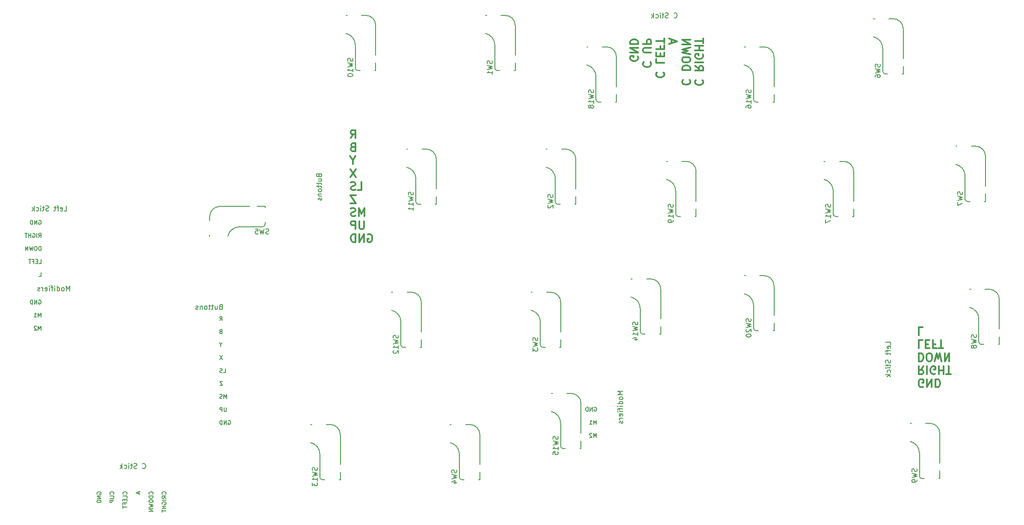
<source format=gbr>
%TF.GenerationSoftware,KiCad,Pcbnew,(6.0.7)*%
%TF.CreationDate,2023-01-06T20:11:21-06:00*%
%TF.ProjectId,OpenRectangle,4f70656e-5265-4637-9461-6e676c652e6b,rev?*%
%TF.SameCoordinates,Original*%
%TF.FileFunction,Legend,Bot*%
%TF.FilePolarity,Positive*%
%FSLAX46Y46*%
G04 Gerber Fmt 4.6, Leading zero omitted, Abs format (unit mm)*
G04 Created by KiCad (PCBNEW (6.0.7)) date 2023-01-06 20:11:21*
%MOMM*%
%LPD*%
G01*
G04 APERTURE LIST*
%ADD10C,0.200000*%
%ADD11C,0.300000*%
%ADD12C,0.150000*%
G04 APERTURE END LIST*
D10*
X194502380Y-90187904D02*
X194769047Y-89806952D01*
X194959523Y-90187904D02*
X194959523Y-89387904D01*
X194654761Y-89387904D01*
X194578571Y-89426000D01*
X194540476Y-89464095D01*
X194502380Y-89540285D01*
X194502380Y-89654571D01*
X194540476Y-89730761D01*
X194578571Y-89768857D01*
X194654761Y-89806952D01*
X194959523Y-89806952D01*
X194692857Y-92344857D02*
X194578571Y-92382952D01*
X194540476Y-92421047D01*
X194502380Y-92497238D01*
X194502380Y-92611523D01*
X194540476Y-92687714D01*
X194578571Y-92725809D01*
X194654761Y-92763904D01*
X194959523Y-92763904D01*
X194959523Y-91963904D01*
X194692857Y-91963904D01*
X194616666Y-92002000D01*
X194578571Y-92040095D01*
X194540476Y-92116285D01*
X194540476Y-92192476D01*
X194578571Y-92268666D01*
X194616666Y-92306761D01*
X194692857Y-92344857D01*
X194959523Y-92344857D01*
X194692857Y-94958952D02*
X194692857Y-95339904D01*
X194959523Y-94539904D02*
X194692857Y-94958952D01*
X194426190Y-94539904D01*
X194997619Y-97115904D02*
X194464285Y-97915904D01*
X194464285Y-97115904D02*
X194997619Y-97915904D01*
X195188095Y-100491904D02*
X195569047Y-100491904D01*
X195569047Y-99691904D01*
X194959523Y-100453809D02*
X194845238Y-100491904D01*
X194654761Y-100491904D01*
X194578571Y-100453809D01*
X194540476Y-100415714D01*
X194502380Y-100339523D01*
X194502380Y-100263333D01*
X194540476Y-100187142D01*
X194578571Y-100149047D01*
X194654761Y-100110952D01*
X194807142Y-100072857D01*
X194883333Y-100034761D01*
X194921428Y-99996666D01*
X194959523Y-99920476D01*
X194959523Y-99844285D01*
X194921428Y-99768095D01*
X194883333Y-99730000D01*
X194807142Y-99691904D01*
X194616666Y-99691904D01*
X194502380Y-99730000D01*
X194997619Y-102267904D02*
X194464285Y-102267904D01*
X194997619Y-103067904D01*
X194464285Y-103067904D01*
X195835714Y-105643904D02*
X195835714Y-104843904D01*
X195569047Y-105415333D01*
X195302380Y-104843904D01*
X195302380Y-105643904D01*
X194959523Y-105605809D02*
X194845238Y-105643904D01*
X194654761Y-105643904D01*
X194578571Y-105605809D01*
X194540476Y-105567714D01*
X194502380Y-105491523D01*
X194502380Y-105415333D01*
X194540476Y-105339142D01*
X194578571Y-105301047D01*
X194654761Y-105262952D01*
X194807142Y-105224857D01*
X194883333Y-105186761D01*
X194921428Y-105148666D01*
X194959523Y-105072476D01*
X194959523Y-104996285D01*
X194921428Y-104920095D01*
X194883333Y-104882000D01*
X194807142Y-104843904D01*
X194616666Y-104843904D01*
X194502380Y-104882000D01*
X195797619Y-107419904D02*
X195797619Y-108067523D01*
X195759523Y-108143714D01*
X195721428Y-108181809D01*
X195645238Y-108219904D01*
X195492857Y-108219904D01*
X195416666Y-108181809D01*
X195378571Y-108143714D01*
X195340476Y-108067523D01*
X195340476Y-107419904D01*
X194959523Y-108219904D02*
X194959523Y-107419904D01*
X194654761Y-107419904D01*
X194578571Y-107458000D01*
X194540476Y-107496095D01*
X194502380Y-107572285D01*
X194502380Y-107686571D01*
X194540476Y-107762761D01*
X194578571Y-107800857D01*
X194654761Y-107838952D01*
X194959523Y-107838952D01*
X196178571Y-110034000D02*
X196254761Y-109995904D01*
X196369047Y-109995904D01*
X196483333Y-110034000D01*
X196559523Y-110110190D01*
X196597619Y-110186380D01*
X196635714Y-110338761D01*
X196635714Y-110453047D01*
X196597619Y-110605428D01*
X196559523Y-110681619D01*
X196483333Y-110757809D01*
X196369047Y-110795904D01*
X196292857Y-110795904D01*
X196178571Y-110757809D01*
X196140476Y-110719714D01*
X196140476Y-110453047D01*
X196292857Y-110453047D01*
X195797619Y-110795904D02*
X195797619Y-109995904D01*
X195340476Y-110795904D01*
X195340476Y-109995904D01*
X194959523Y-110795904D02*
X194959523Y-109995904D01*
X194769047Y-109995904D01*
X194654761Y-110034000D01*
X194578571Y-110110190D01*
X194540476Y-110186380D01*
X194502380Y-110338761D01*
X194502380Y-110453047D01*
X194540476Y-110605428D01*
X194578571Y-110681619D01*
X194654761Y-110757809D01*
X194769047Y-110795904D01*
X194959523Y-110795904D01*
X158650476Y-70378000D02*
X158726666Y-70339904D01*
X158840952Y-70339904D01*
X158955238Y-70378000D01*
X159031428Y-70454190D01*
X159069523Y-70530380D01*
X159107619Y-70682761D01*
X159107619Y-70797047D01*
X159069523Y-70949428D01*
X159031428Y-71025619D01*
X158955238Y-71101809D01*
X158840952Y-71139904D01*
X158764761Y-71139904D01*
X158650476Y-71101809D01*
X158612380Y-71063714D01*
X158612380Y-70797047D01*
X158764761Y-70797047D01*
X158269523Y-71139904D02*
X158269523Y-70339904D01*
X157812380Y-71139904D01*
X157812380Y-70339904D01*
X157431428Y-71139904D02*
X157431428Y-70339904D01*
X157240952Y-70339904D01*
X157126666Y-70378000D01*
X157050476Y-70454190D01*
X157012380Y-70530380D01*
X156974285Y-70682761D01*
X156974285Y-70797047D01*
X157012380Y-70949428D01*
X157050476Y-71025619D01*
X157126666Y-71101809D01*
X157240952Y-71139904D01*
X157431428Y-71139904D01*
X158612380Y-73715904D02*
X158879047Y-73334952D01*
X159069523Y-73715904D02*
X159069523Y-72915904D01*
X158764761Y-72915904D01*
X158688571Y-72954000D01*
X158650476Y-72992095D01*
X158612380Y-73068285D01*
X158612380Y-73182571D01*
X158650476Y-73258761D01*
X158688571Y-73296857D01*
X158764761Y-73334952D01*
X159069523Y-73334952D01*
X158269523Y-73715904D02*
X158269523Y-72915904D01*
X157469523Y-72954000D02*
X157545714Y-72915904D01*
X157660000Y-72915904D01*
X157774285Y-72954000D01*
X157850476Y-73030190D01*
X157888571Y-73106380D01*
X157926666Y-73258761D01*
X157926666Y-73373047D01*
X157888571Y-73525428D01*
X157850476Y-73601619D01*
X157774285Y-73677809D01*
X157660000Y-73715904D01*
X157583809Y-73715904D01*
X157469523Y-73677809D01*
X157431428Y-73639714D01*
X157431428Y-73373047D01*
X157583809Y-73373047D01*
X157088571Y-73715904D02*
X157088571Y-72915904D01*
X157088571Y-73296857D02*
X156631428Y-73296857D01*
X156631428Y-73715904D02*
X156631428Y-72915904D01*
X156364761Y-72915904D02*
X155907619Y-72915904D01*
X156136190Y-73715904D02*
X156136190Y-72915904D01*
X159069523Y-76291904D02*
X159069523Y-75491904D01*
X158879047Y-75491904D01*
X158764761Y-75530000D01*
X158688571Y-75606190D01*
X158650476Y-75682380D01*
X158612380Y-75834761D01*
X158612380Y-75949047D01*
X158650476Y-76101428D01*
X158688571Y-76177619D01*
X158764761Y-76253809D01*
X158879047Y-76291904D01*
X159069523Y-76291904D01*
X158117142Y-75491904D02*
X157964761Y-75491904D01*
X157888571Y-75530000D01*
X157812380Y-75606190D01*
X157774285Y-75758571D01*
X157774285Y-76025238D01*
X157812380Y-76177619D01*
X157888571Y-76253809D01*
X157964761Y-76291904D01*
X158117142Y-76291904D01*
X158193333Y-76253809D01*
X158269523Y-76177619D01*
X158307619Y-76025238D01*
X158307619Y-75758571D01*
X158269523Y-75606190D01*
X158193333Y-75530000D01*
X158117142Y-75491904D01*
X157507619Y-75491904D02*
X157317142Y-76291904D01*
X157164761Y-75720476D01*
X157012380Y-76291904D01*
X156821904Y-75491904D01*
X156517142Y-76291904D02*
X156517142Y-75491904D01*
X156060000Y-76291904D01*
X156060000Y-75491904D01*
X158688571Y-78867904D02*
X159069523Y-78867904D01*
X159069523Y-78067904D01*
X158421904Y-78448857D02*
X158155238Y-78448857D01*
X158040952Y-78867904D02*
X158421904Y-78867904D01*
X158421904Y-78067904D01*
X158040952Y-78067904D01*
X157431428Y-78448857D02*
X157698095Y-78448857D01*
X157698095Y-78867904D02*
X157698095Y-78067904D01*
X157317142Y-78067904D01*
X157126666Y-78067904D02*
X156669523Y-78067904D01*
X156898095Y-78867904D02*
X156898095Y-78067904D01*
X158688571Y-81443904D02*
X159069523Y-81443904D01*
X159069523Y-80643904D01*
X268598085Y-107416148D02*
X268674275Y-107378052D01*
X268788561Y-107378052D01*
X268902847Y-107416148D01*
X268979037Y-107492338D01*
X269017132Y-107568528D01*
X269055228Y-107720909D01*
X269055228Y-107835195D01*
X269017132Y-107987576D01*
X268979037Y-108063767D01*
X268902847Y-108139957D01*
X268788561Y-108178052D01*
X268712370Y-108178052D01*
X268598085Y-108139957D01*
X268559989Y-108101862D01*
X268559989Y-107835195D01*
X268712370Y-107835195D01*
X268217132Y-108178052D02*
X268217132Y-107378052D01*
X267759989Y-108178052D01*
X267759989Y-107378052D01*
X267379037Y-108178052D02*
X267379037Y-107378052D01*
X267188561Y-107378052D01*
X267074275Y-107416148D01*
X266998085Y-107492338D01*
X266959989Y-107568528D01*
X266921894Y-107720909D01*
X266921894Y-107835195D01*
X266959989Y-107987576D01*
X266998085Y-108063767D01*
X267074275Y-108139957D01*
X267188561Y-108178052D01*
X267379037Y-108178052D01*
X269017132Y-110754052D02*
X269017132Y-109954052D01*
X268750466Y-110525481D01*
X268483799Y-109954052D01*
X268483799Y-110754052D01*
X267683799Y-110754052D02*
X268140942Y-110754052D01*
X267912370Y-110754052D02*
X267912370Y-109954052D01*
X267988561Y-110068338D01*
X268064751Y-110144528D01*
X268140942Y-110182624D01*
X269017132Y-113330052D02*
X269017132Y-112530052D01*
X268750466Y-113101481D01*
X268483799Y-112530052D01*
X268483799Y-113330052D01*
X268140942Y-112606243D02*
X268102847Y-112568148D01*
X268026656Y-112530052D01*
X267836180Y-112530052D01*
X267759989Y-112568148D01*
X267721894Y-112606243D01*
X267683799Y-112682433D01*
X267683799Y-112758624D01*
X267721894Y-112872909D01*
X268179037Y-113330052D01*
X267683799Y-113330052D01*
D11*
X288728671Y-42546552D02*
X288652480Y-42622742D01*
X288576290Y-42851314D01*
X288576290Y-43003695D01*
X288652480Y-43232266D01*
X288804861Y-43384647D01*
X288957242Y-43460838D01*
X289262004Y-43537028D01*
X289490576Y-43537028D01*
X289795338Y-43460838D01*
X289947719Y-43384647D01*
X290100100Y-43232266D01*
X290176290Y-43003695D01*
X290176290Y-42851314D01*
X290100100Y-42622742D01*
X290023909Y-42546552D01*
X288576290Y-39727504D02*
X289338195Y-40260838D01*
X288576290Y-40641790D02*
X290176290Y-40641790D01*
X290176290Y-40032266D01*
X290100100Y-39879885D01*
X290023909Y-39803695D01*
X289871528Y-39727504D01*
X289642957Y-39727504D01*
X289490576Y-39803695D01*
X289414385Y-39879885D01*
X289338195Y-40032266D01*
X289338195Y-40641790D01*
X288576290Y-39041790D02*
X290176290Y-39041790D01*
X290100100Y-37441790D02*
X290176290Y-37594171D01*
X290176290Y-37822742D01*
X290100100Y-38051314D01*
X289947719Y-38203695D01*
X289795338Y-38279885D01*
X289490576Y-38356076D01*
X289262004Y-38356076D01*
X288957242Y-38279885D01*
X288804861Y-38203695D01*
X288652480Y-38051314D01*
X288576290Y-37822742D01*
X288576290Y-37670361D01*
X288652480Y-37441790D01*
X288728671Y-37365600D01*
X289262004Y-37365600D01*
X289262004Y-37670361D01*
X288576290Y-36679885D02*
X290176290Y-36679885D01*
X289414385Y-36679885D02*
X289414385Y-35765600D01*
X288576290Y-35765600D02*
X290176290Y-35765600D01*
X290176290Y-35232266D02*
X290176290Y-34317980D01*
X288576290Y-34775123D02*
X290176290Y-34775123D01*
X286152671Y-42470361D02*
X286076480Y-42546552D01*
X286000290Y-42775123D01*
X286000290Y-42927504D01*
X286076480Y-43156076D01*
X286228861Y-43308457D01*
X286381242Y-43384647D01*
X286686004Y-43460838D01*
X286914576Y-43460838D01*
X287219338Y-43384647D01*
X287371719Y-43308457D01*
X287524100Y-43156076D01*
X287600290Y-42927504D01*
X287600290Y-42775123D01*
X287524100Y-42546552D01*
X287447909Y-42470361D01*
X286000290Y-40565600D02*
X287600290Y-40565600D01*
X287600290Y-40184647D01*
X287524100Y-39956076D01*
X287371719Y-39803695D01*
X287219338Y-39727504D01*
X286914576Y-39651314D01*
X286686004Y-39651314D01*
X286381242Y-39727504D01*
X286228861Y-39803695D01*
X286076480Y-39956076D01*
X286000290Y-40184647D01*
X286000290Y-40565600D01*
X287600290Y-38660838D02*
X287600290Y-38356076D01*
X287524100Y-38203695D01*
X287371719Y-38051314D01*
X287066957Y-37975123D01*
X286533623Y-37975123D01*
X286228861Y-38051314D01*
X286076480Y-38203695D01*
X286000290Y-38356076D01*
X286000290Y-38660838D01*
X286076480Y-38813219D01*
X286228861Y-38965600D01*
X286533623Y-39041790D01*
X287066957Y-39041790D01*
X287371719Y-38965600D01*
X287524100Y-38813219D01*
X287600290Y-38660838D01*
X287600290Y-37441790D02*
X286000290Y-37060838D01*
X287143147Y-36756076D01*
X286000290Y-36451314D01*
X287600290Y-36070361D01*
X286000290Y-35460838D02*
X287600290Y-35460838D01*
X286000290Y-34546552D01*
X287600290Y-34546552D01*
X283881433Y-35232266D02*
X283881433Y-34470361D01*
X283424290Y-35384647D02*
X285024290Y-34851314D01*
X283424290Y-34317980D01*
X281000671Y-41022742D02*
X280924480Y-41098933D01*
X280848290Y-41327504D01*
X280848290Y-41479885D01*
X280924480Y-41708457D01*
X281076861Y-41860838D01*
X281229242Y-41937028D01*
X281534004Y-42013219D01*
X281762576Y-42013219D01*
X282067338Y-41937028D01*
X282219719Y-41860838D01*
X282372100Y-41708457D01*
X282448290Y-41479885D01*
X282448290Y-41327504D01*
X282372100Y-41098933D01*
X282295909Y-41022742D01*
X280848290Y-38356076D02*
X280848290Y-39117980D01*
X282448290Y-39117980D01*
X281686385Y-37822742D02*
X281686385Y-37289409D01*
X280848290Y-37060838D02*
X280848290Y-37822742D01*
X282448290Y-37822742D01*
X282448290Y-37060838D01*
X281686385Y-35841790D02*
X281686385Y-36375123D01*
X280848290Y-36375123D02*
X282448290Y-36375123D01*
X282448290Y-35613219D01*
X282448290Y-35232266D02*
X282448290Y-34317980D01*
X280848290Y-34775123D02*
X282448290Y-34775123D01*
X278424671Y-38965600D02*
X278348480Y-39041790D01*
X278272290Y-39270361D01*
X278272290Y-39422742D01*
X278348480Y-39651314D01*
X278500861Y-39803695D01*
X278653242Y-39879885D01*
X278958004Y-39956076D01*
X279186576Y-39956076D01*
X279491338Y-39879885D01*
X279643719Y-39803695D01*
X279796100Y-39651314D01*
X279872290Y-39422742D01*
X279872290Y-39270361D01*
X279796100Y-39041790D01*
X279719909Y-38965600D01*
X279872290Y-37060838D02*
X278577052Y-37060838D01*
X278424671Y-36984647D01*
X278348480Y-36908457D01*
X278272290Y-36756076D01*
X278272290Y-36451314D01*
X278348480Y-36298933D01*
X278424671Y-36222742D01*
X278577052Y-36146552D01*
X279872290Y-36146552D01*
X278272290Y-35384647D02*
X279872290Y-35384647D01*
X279872290Y-34775123D01*
X279796100Y-34622742D01*
X279719909Y-34546552D01*
X279567528Y-34470361D01*
X279338957Y-34470361D01*
X279186576Y-34546552D01*
X279110385Y-34622742D01*
X279034195Y-34775123D01*
X279034195Y-35384647D01*
X277220100Y-37822742D02*
X277296290Y-37975123D01*
X277296290Y-38203695D01*
X277220100Y-38432266D01*
X277067719Y-38584647D01*
X276915338Y-38660838D01*
X276610576Y-38737028D01*
X276382004Y-38737028D01*
X276077242Y-38660838D01*
X275924861Y-38584647D01*
X275772480Y-38432266D01*
X275696290Y-38203695D01*
X275696290Y-38051314D01*
X275772480Y-37822742D01*
X275848671Y-37746552D01*
X276382004Y-37746552D01*
X276382004Y-38051314D01*
X275696290Y-37060838D02*
X277296290Y-37060838D01*
X275696290Y-36146552D01*
X277296290Y-36146552D01*
X275696290Y-35384647D02*
X277296290Y-35384647D01*
X277296290Y-35003695D01*
X277220100Y-34775123D01*
X277067719Y-34622742D01*
X276915338Y-34546552D01*
X276610576Y-34470361D01*
X276382004Y-34470361D01*
X276077242Y-34546552D01*
X275924861Y-34622742D01*
X275772480Y-34775123D01*
X275696290Y-35003695D01*
X275696290Y-35384647D01*
D10*
X158650476Y-86164000D02*
X158726666Y-86125904D01*
X158840952Y-86125904D01*
X158955238Y-86164000D01*
X159031428Y-86240190D01*
X159069523Y-86316380D01*
X159107619Y-86468761D01*
X159107619Y-86583047D01*
X159069523Y-86735428D01*
X159031428Y-86811619D01*
X158955238Y-86887809D01*
X158840952Y-86925904D01*
X158764761Y-86925904D01*
X158650476Y-86887809D01*
X158612380Y-86849714D01*
X158612380Y-86583047D01*
X158764761Y-86583047D01*
X158269523Y-86925904D02*
X158269523Y-86125904D01*
X157812380Y-86925904D01*
X157812380Y-86125904D01*
X157431428Y-86925904D02*
X157431428Y-86125904D01*
X157240952Y-86125904D01*
X157126666Y-86164000D01*
X157050476Y-86240190D01*
X157012380Y-86316380D01*
X156974285Y-86468761D01*
X156974285Y-86583047D01*
X157012380Y-86735428D01*
X157050476Y-86811619D01*
X157126666Y-86887809D01*
X157240952Y-86925904D01*
X157431428Y-86925904D01*
X159069523Y-89501904D02*
X159069523Y-88701904D01*
X158802857Y-89273333D01*
X158536190Y-88701904D01*
X158536190Y-89501904D01*
X157736190Y-89501904D02*
X158193333Y-89501904D01*
X157964761Y-89501904D02*
X157964761Y-88701904D01*
X158040952Y-88816190D01*
X158117142Y-88892380D01*
X158193333Y-88930476D01*
X159069523Y-92077904D02*
X159069523Y-91277904D01*
X158802857Y-91849333D01*
X158536190Y-91277904D01*
X158536190Y-92077904D01*
X158193333Y-91354095D02*
X158155238Y-91316000D01*
X158079047Y-91277904D01*
X157888571Y-91277904D01*
X157812380Y-91316000D01*
X157774285Y-91354095D01*
X157736190Y-91430285D01*
X157736190Y-91506476D01*
X157774285Y-91620761D01*
X158231428Y-92077904D01*
X157736190Y-92077904D01*
D11*
X333716913Y-103333500D02*
X333564532Y-103409690D01*
X333335961Y-103409690D01*
X333107389Y-103333500D01*
X332955008Y-103181119D01*
X332878818Y-103028738D01*
X332802627Y-102723976D01*
X332802627Y-102495404D01*
X332878818Y-102190642D01*
X332955008Y-102038261D01*
X333107389Y-101885880D01*
X333335961Y-101809690D01*
X333488342Y-101809690D01*
X333716913Y-101885880D01*
X333793104Y-101962071D01*
X333793104Y-102495404D01*
X333488342Y-102495404D01*
X334478818Y-101809690D02*
X334478818Y-103409690D01*
X335393104Y-101809690D01*
X335393104Y-103409690D01*
X336155008Y-101809690D02*
X336155008Y-103409690D01*
X336535961Y-103409690D01*
X336764532Y-103333500D01*
X336916913Y-103181119D01*
X336993104Y-103028738D01*
X337069294Y-102723976D01*
X337069294Y-102495404D01*
X336993104Y-102190642D01*
X336916913Y-102038261D01*
X336764532Y-101885880D01*
X336535961Y-101809690D01*
X336155008Y-101809690D01*
X333793104Y-99233690D02*
X333259770Y-99995595D01*
X332878818Y-99233690D02*
X332878818Y-100833690D01*
X333488342Y-100833690D01*
X333640723Y-100757500D01*
X333716913Y-100681309D01*
X333793104Y-100528928D01*
X333793104Y-100300357D01*
X333716913Y-100147976D01*
X333640723Y-100071785D01*
X333488342Y-99995595D01*
X332878818Y-99995595D01*
X334478818Y-99233690D02*
X334478818Y-100833690D01*
X336078818Y-100757500D02*
X335926437Y-100833690D01*
X335697866Y-100833690D01*
X335469294Y-100757500D01*
X335316913Y-100605119D01*
X335240723Y-100452738D01*
X335164532Y-100147976D01*
X335164532Y-99919404D01*
X335240723Y-99614642D01*
X335316913Y-99462261D01*
X335469294Y-99309880D01*
X335697866Y-99233690D01*
X335850246Y-99233690D01*
X336078818Y-99309880D01*
X336155008Y-99386071D01*
X336155008Y-99919404D01*
X335850246Y-99919404D01*
X336840723Y-99233690D02*
X336840723Y-100833690D01*
X336840723Y-100071785D02*
X337755008Y-100071785D01*
X337755008Y-99233690D02*
X337755008Y-100833690D01*
X338288342Y-100833690D02*
X339202627Y-100833690D01*
X338745485Y-99233690D02*
X338745485Y-100833690D01*
X332878818Y-96657690D02*
X332878818Y-98257690D01*
X333259770Y-98257690D01*
X333488342Y-98181500D01*
X333640723Y-98029119D01*
X333716913Y-97876738D01*
X333793104Y-97571976D01*
X333793104Y-97343404D01*
X333716913Y-97038642D01*
X333640723Y-96886261D01*
X333488342Y-96733880D01*
X333259770Y-96657690D01*
X332878818Y-96657690D01*
X334783580Y-98257690D02*
X335088342Y-98257690D01*
X335240723Y-98181500D01*
X335393104Y-98029119D01*
X335469294Y-97724357D01*
X335469294Y-97191023D01*
X335393104Y-96886261D01*
X335240723Y-96733880D01*
X335088342Y-96657690D01*
X334783580Y-96657690D01*
X334631199Y-96733880D01*
X334478818Y-96886261D01*
X334402627Y-97191023D01*
X334402627Y-97724357D01*
X334478818Y-98029119D01*
X334631199Y-98181500D01*
X334783580Y-98257690D01*
X336002627Y-98257690D02*
X336383580Y-96657690D01*
X336688342Y-97800547D01*
X336993104Y-96657690D01*
X337374056Y-98257690D01*
X337983580Y-96657690D02*
X337983580Y-98257690D01*
X338897866Y-96657690D01*
X338897866Y-98257690D01*
X333640723Y-94081690D02*
X332878818Y-94081690D01*
X332878818Y-95681690D01*
X334174056Y-94919785D02*
X334707389Y-94919785D01*
X334935961Y-94081690D02*
X334174056Y-94081690D01*
X334174056Y-95681690D01*
X334935961Y-95681690D01*
X336155008Y-94919785D02*
X335621675Y-94919785D01*
X335621675Y-94081690D02*
X335621675Y-95681690D01*
X336383580Y-95681690D01*
X336764532Y-95681690D02*
X337678818Y-95681690D01*
X337221675Y-94081690D02*
X337221675Y-95681690D01*
X333640723Y-91505690D02*
X332878818Y-91505690D01*
X332878818Y-93105690D01*
D10*
X170200000Y-124599523D02*
X170161904Y-124523333D01*
X170161904Y-124409047D01*
X170200000Y-124294761D01*
X170276190Y-124218571D01*
X170352380Y-124180476D01*
X170504761Y-124142380D01*
X170619047Y-124142380D01*
X170771428Y-124180476D01*
X170847619Y-124218571D01*
X170923809Y-124294761D01*
X170961904Y-124409047D01*
X170961904Y-124485238D01*
X170923809Y-124599523D01*
X170885714Y-124637619D01*
X170619047Y-124637619D01*
X170619047Y-124485238D01*
X170961904Y-124980476D02*
X170161904Y-124980476D01*
X170961904Y-125437619D01*
X170161904Y-125437619D01*
X170961904Y-125818571D02*
X170161904Y-125818571D01*
X170161904Y-126009047D01*
X170200000Y-126123333D01*
X170276190Y-126199523D01*
X170352380Y-126237619D01*
X170504761Y-126275714D01*
X170619047Y-126275714D01*
X170771428Y-126237619D01*
X170847619Y-126199523D01*
X170923809Y-126123333D01*
X170961904Y-126009047D01*
X170961904Y-125818571D01*
X173461714Y-124637619D02*
X173499809Y-124599523D01*
X173537904Y-124485238D01*
X173537904Y-124409047D01*
X173499809Y-124294761D01*
X173423619Y-124218571D01*
X173347428Y-124180476D01*
X173195047Y-124142380D01*
X173080761Y-124142380D01*
X172928380Y-124180476D01*
X172852190Y-124218571D01*
X172776000Y-124294761D01*
X172737904Y-124409047D01*
X172737904Y-124485238D01*
X172776000Y-124599523D01*
X172814095Y-124637619D01*
X172737904Y-124980476D02*
X173385523Y-124980476D01*
X173461714Y-125018571D01*
X173499809Y-125056666D01*
X173537904Y-125132857D01*
X173537904Y-125285238D01*
X173499809Y-125361428D01*
X173461714Y-125399523D01*
X173385523Y-125437619D01*
X172737904Y-125437619D01*
X173537904Y-125818571D02*
X172737904Y-125818571D01*
X172737904Y-126123333D01*
X172776000Y-126199523D01*
X172814095Y-126237619D01*
X172890285Y-126275714D01*
X173004571Y-126275714D01*
X173080761Y-126237619D01*
X173118857Y-126199523D01*
X173156952Y-126123333D01*
X173156952Y-125818571D01*
X176037714Y-124637619D02*
X176075809Y-124599523D01*
X176113904Y-124485238D01*
X176113904Y-124409047D01*
X176075809Y-124294761D01*
X175999619Y-124218571D01*
X175923428Y-124180476D01*
X175771047Y-124142380D01*
X175656761Y-124142380D01*
X175504380Y-124180476D01*
X175428190Y-124218571D01*
X175352000Y-124294761D01*
X175313904Y-124409047D01*
X175313904Y-124485238D01*
X175352000Y-124599523D01*
X175390095Y-124637619D01*
X176113904Y-125361428D02*
X176113904Y-124980476D01*
X175313904Y-124980476D01*
X175694857Y-125628095D02*
X175694857Y-125894761D01*
X176113904Y-126009047D02*
X176113904Y-125628095D01*
X175313904Y-125628095D01*
X175313904Y-126009047D01*
X175694857Y-126618571D02*
X175694857Y-126351904D01*
X176113904Y-126351904D02*
X175313904Y-126351904D01*
X175313904Y-126732857D01*
X175313904Y-126923333D02*
X175313904Y-127380476D01*
X176113904Y-127151904D02*
X175313904Y-127151904D01*
X178461333Y-124142380D02*
X178461333Y-124523333D01*
X178689904Y-124066190D02*
X177889904Y-124332857D01*
X178689904Y-124599523D01*
X181189714Y-124637619D02*
X181227809Y-124599523D01*
X181265904Y-124485238D01*
X181265904Y-124409047D01*
X181227809Y-124294761D01*
X181151619Y-124218571D01*
X181075428Y-124180476D01*
X180923047Y-124142380D01*
X180808761Y-124142380D01*
X180656380Y-124180476D01*
X180580190Y-124218571D01*
X180504000Y-124294761D01*
X180465904Y-124409047D01*
X180465904Y-124485238D01*
X180504000Y-124599523D01*
X180542095Y-124637619D01*
X181265904Y-124980476D02*
X180465904Y-124980476D01*
X180465904Y-125170952D01*
X180504000Y-125285238D01*
X180580190Y-125361428D01*
X180656380Y-125399523D01*
X180808761Y-125437619D01*
X180923047Y-125437619D01*
X181075428Y-125399523D01*
X181151619Y-125361428D01*
X181227809Y-125285238D01*
X181265904Y-125170952D01*
X181265904Y-124980476D01*
X180465904Y-125932857D02*
X180465904Y-126085238D01*
X180504000Y-126161428D01*
X180580190Y-126237619D01*
X180732571Y-126275714D01*
X180999238Y-126275714D01*
X181151619Y-126237619D01*
X181227809Y-126161428D01*
X181265904Y-126085238D01*
X181265904Y-125932857D01*
X181227809Y-125856666D01*
X181151619Y-125780476D01*
X180999238Y-125742380D01*
X180732571Y-125742380D01*
X180580190Y-125780476D01*
X180504000Y-125856666D01*
X180465904Y-125932857D01*
X180465904Y-126542380D02*
X181265904Y-126732857D01*
X180694476Y-126885238D01*
X181265904Y-127037619D01*
X180465904Y-127228095D01*
X181265904Y-127532857D02*
X180465904Y-127532857D01*
X181265904Y-127990000D01*
X180465904Y-127990000D01*
X183765714Y-124637619D02*
X183803809Y-124599523D01*
X183841904Y-124485238D01*
X183841904Y-124409047D01*
X183803809Y-124294761D01*
X183727619Y-124218571D01*
X183651428Y-124180476D01*
X183499047Y-124142380D01*
X183384761Y-124142380D01*
X183232380Y-124180476D01*
X183156190Y-124218571D01*
X183080000Y-124294761D01*
X183041904Y-124409047D01*
X183041904Y-124485238D01*
X183080000Y-124599523D01*
X183118095Y-124637619D01*
X183841904Y-125437619D02*
X183460952Y-125170952D01*
X183841904Y-124980476D02*
X183041904Y-124980476D01*
X183041904Y-125285238D01*
X183080000Y-125361428D01*
X183118095Y-125399523D01*
X183194285Y-125437619D01*
X183308571Y-125437619D01*
X183384761Y-125399523D01*
X183422857Y-125361428D01*
X183460952Y-125285238D01*
X183460952Y-124980476D01*
X183841904Y-125780476D02*
X183041904Y-125780476D01*
X183080000Y-126580476D02*
X183041904Y-126504285D01*
X183041904Y-126390000D01*
X183080000Y-126275714D01*
X183156190Y-126199523D01*
X183232380Y-126161428D01*
X183384761Y-126123333D01*
X183499047Y-126123333D01*
X183651428Y-126161428D01*
X183727619Y-126199523D01*
X183803809Y-126275714D01*
X183841904Y-126390000D01*
X183841904Y-126466190D01*
X183803809Y-126580476D01*
X183765714Y-126618571D01*
X183499047Y-126618571D01*
X183499047Y-126466190D01*
X183841904Y-126961428D02*
X183041904Y-126961428D01*
X183422857Y-126961428D02*
X183422857Y-127418571D01*
X183841904Y-127418571D02*
X183041904Y-127418571D01*
X183041904Y-127685238D02*
X183041904Y-128142380D01*
X183841904Y-127913809D02*
X183041904Y-127913809D01*
D11*
X220408595Y-54051069D02*
X220941929Y-53289164D01*
X221322881Y-54051069D02*
X221322881Y-52451069D01*
X220713357Y-52451069D01*
X220560976Y-52527260D01*
X220484786Y-52603450D01*
X220408595Y-52755831D01*
X220408595Y-52984402D01*
X220484786Y-53136783D01*
X220560976Y-53212974D01*
X220713357Y-53289164D01*
X221322881Y-53289164D01*
X220789548Y-55788974D02*
X220560976Y-55865164D01*
X220484786Y-55941355D01*
X220408595Y-56093736D01*
X220408595Y-56322307D01*
X220484786Y-56474688D01*
X220560976Y-56550879D01*
X220713357Y-56627069D01*
X221322881Y-56627069D01*
X221322881Y-55027069D01*
X220789548Y-55027069D01*
X220637167Y-55103260D01*
X220560976Y-55179450D01*
X220484786Y-55331831D01*
X220484786Y-55484212D01*
X220560976Y-55636593D01*
X220637167Y-55712783D01*
X220789548Y-55788974D01*
X221322881Y-55788974D01*
X220789548Y-58441164D02*
X220789548Y-59203069D01*
X221322881Y-57603069D02*
X220789548Y-58441164D01*
X220256214Y-57603069D01*
X221399072Y-60179069D02*
X220332405Y-61779069D01*
X220332405Y-60179069D02*
X221399072Y-61779069D01*
X221780024Y-64355069D02*
X222541929Y-64355069D01*
X222541929Y-62755069D01*
X221322881Y-64278879D02*
X221094310Y-64355069D01*
X220713357Y-64355069D01*
X220560976Y-64278879D01*
X220484786Y-64202688D01*
X220408595Y-64050307D01*
X220408595Y-63897926D01*
X220484786Y-63745545D01*
X220560976Y-63669355D01*
X220713357Y-63593164D01*
X221018119Y-63516974D01*
X221170500Y-63440783D01*
X221246691Y-63364593D01*
X221322881Y-63212212D01*
X221322881Y-63059831D01*
X221246691Y-62907450D01*
X221170500Y-62831260D01*
X221018119Y-62755069D01*
X220637167Y-62755069D01*
X220408595Y-62831260D01*
X221399072Y-65331069D02*
X220332405Y-65331069D01*
X221399072Y-66931069D01*
X220332405Y-66931069D01*
X223075262Y-69507069D02*
X223075262Y-67907069D01*
X222541929Y-69049926D01*
X222008595Y-67907069D01*
X222008595Y-69507069D01*
X221322881Y-69430879D02*
X221094310Y-69507069D01*
X220713357Y-69507069D01*
X220560976Y-69430879D01*
X220484786Y-69354688D01*
X220408595Y-69202307D01*
X220408595Y-69049926D01*
X220484786Y-68897545D01*
X220560976Y-68821355D01*
X220713357Y-68745164D01*
X221018119Y-68668974D01*
X221170500Y-68592783D01*
X221246691Y-68516593D01*
X221322881Y-68364212D01*
X221322881Y-68211831D01*
X221246691Y-68059450D01*
X221170500Y-67983260D01*
X221018119Y-67907069D01*
X220637167Y-67907069D01*
X220408595Y-67983260D01*
X222999072Y-70483069D02*
X222999072Y-71778307D01*
X222922881Y-71930688D01*
X222846691Y-72006879D01*
X222694310Y-72083069D01*
X222389548Y-72083069D01*
X222237167Y-72006879D01*
X222160976Y-71930688D01*
X222084786Y-71778307D01*
X222084786Y-70483069D01*
X221322881Y-72083069D02*
X221322881Y-70483069D01*
X220713357Y-70483069D01*
X220560976Y-70559260D01*
X220484786Y-70635450D01*
X220408595Y-70787831D01*
X220408595Y-71016402D01*
X220484786Y-71168783D01*
X220560976Y-71244974D01*
X220713357Y-71321164D01*
X221322881Y-71321164D01*
X223760976Y-73135260D02*
X223913357Y-73059069D01*
X224141929Y-73059069D01*
X224370500Y-73135260D01*
X224522881Y-73287640D01*
X224599072Y-73440021D01*
X224675262Y-73744783D01*
X224675262Y-73973355D01*
X224599072Y-74278117D01*
X224522881Y-74430498D01*
X224370500Y-74582879D01*
X224141929Y-74659069D01*
X223989548Y-74659069D01*
X223760976Y-74582879D01*
X223684786Y-74506688D01*
X223684786Y-73973355D01*
X223989548Y-73973355D01*
X222999072Y-74659069D02*
X222999072Y-73059069D01*
X222084786Y-74659069D01*
X222084786Y-73059069D01*
X221322881Y-74659069D02*
X221322881Y-73059069D01*
X220941929Y-73059069D01*
X220713357Y-73135260D01*
X220560976Y-73287640D01*
X220484786Y-73440021D01*
X220408595Y-73744783D01*
X220408595Y-73973355D01*
X220484786Y-74278117D01*
X220560976Y-74430498D01*
X220713357Y-74582879D01*
X220941929Y-74659069D01*
X221322881Y-74659069D01*
D12*
%TO.C,J9*%
X163664761Y-68452380D02*
X164140952Y-68452380D01*
X164140952Y-67452380D01*
X162950476Y-68404761D02*
X163045714Y-68452380D01*
X163236190Y-68452380D01*
X163331428Y-68404761D01*
X163379047Y-68309523D01*
X163379047Y-67928571D01*
X163331428Y-67833333D01*
X163236190Y-67785714D01*
X163045714Y-67785714D01*
X162950476Y-67833333D01*
X162902857Y-67928571D01*
X162902857Y-68023809D01*
X163379047Y-68119047D01*
X162617142Y-67785714D02*
X162236190Y-67785714D01*
X162474285Y-68452380D02*
X162474285Y-67595238D01*
X162426666Y-67500000D01*
X162331428Y-67452380D01*
X162236190Y-67452380D01*
X162045714Y-67785714D02*
X161664761Y-67785714D01*
X161902857Y-67452380D02*
X161902857Y-68309523D01*
X161855238Y-68404761D01*
X161760000Y-68452380D01*
X161664761Y-68452380D01*
X160617142Y-68404761D02*
X160474285Y-68452380D01*
X160236190Y-68452380D01*
X160140952Y-68404761D01*
X160093333Y-68357142D01*
X160045714Y-68261904D01*
X160045714Y-68166666D01*
X160093333Y-68071428D01*
X160140952Y-68023809D01*
X160236190Y-67976190D01*
X160426666Y-67928571D01*
X160521904Y-67880952D01*
X160569523Y-67833333D01*
X160617142Y-67738095D01*
X160617142Y-67642857D01*
X160569523Y-67547619D01*
X160521904Y-67500000D01*
X160426666Y-67452380D01*
X160188571Y-67452380D01*
X160045714Y-67500000D01*
X159760000Y-67785714D02*
X159379047Y-67785714D01*
X159617142Y-67452380D02*
X159617142Y-68309523D01*
X159569523Y-68404761D01*
X159474285Y-68452380D01*
X159379047Y-68452380D01*
X159045714Y-68452380D02*
X159045714Y-67785714D01*
X159045714Y-67452380D02*
X159093333Y-67500000D01*
X159045714Y-67547619D01*
X158998095Y-67500000D01*
X159045714Y-67452380D01*
X159045714Y-67547619D01*
X158140952Y-68404761D02*
X158236190Y-68452380D01*
X158426666Y-68452380D01*
X158521904Y-68404761D01*
X158569523Y-68357142D01*
X158617142Y-68261904D01*
X158617142Y-67976190D01*
X158569523Y-67880952D01*
X158521904Y-67833333D01*
X158426666Y-67785714D01*
X158236190Y-67785714D01*
X158140952Y-67833333D01*
X157712380Y-68452380D02*
X157712380Y-67452380D01*
X157617142Y-68071428D02*
X157331428Y-68452380D01*
X157331428Y-67785714D02*
X157712380Y-68166666D01*
%TO.C,J1*%
X327282380Y-94971024D02*
X327282380Y-94494833D01*
X326282380Y-94494833D01*
X327234761Y-95685309D02*
X327282380Y-95590071D01*
X327282380Y-95399595D01*
X327234761Y-95304357D01*
X327139523Y-95256738D01*
X326758571Y-95256738D01*
X326663333Y-95304357D01*
X326615714Y-95399595D01*
X326615714Y-95590071D01*
X326663333Y-95685309D01*
X326758571Y-95732928D01*
X326853809Y-95732928D01*
X326949047Y-95256738D01*
X326615714Y-96018643D02*
X326615714Y-96399595D01*
X327282380Y-96161500D02*
X326425238Y-96161500D01*
X326330000Y-96209119D01*
X326282380Y-96304357D01*
X326282380Y-96399595D01*
X326615714Y-96590071D02*
X326615714Y-96971024D01*
X326282380Y-96732928D02*
X327139523Y-96732928D01*
X327234761Y-96780547D01*
X327282380Y-96875786D01*
X327282380Y-96971024D01*
X327234761Y-98018643D02*
X327282380Y-98161500D01*
X327282380Y-98399595D01*
X327234761Y-98494833D01*
X327187142Y-98542452D01*
X327091904Y-98590071D01*
X326996666Y-98590071D01*
X326901428Y-98542452D01*
X326853809Y-98494833D01*
X326806190Y-98399595D01*
X326758571Y-98209119D01*
X326710952Y-98113881D01*
X326663333Y-98066262D01*
X326568095Y-98018643D01*
X326472857Y-98018643D01*
X326377619Y-98066262D01*
X326330000Y-98113881D01*
X326282380Y-98209119D01*
X326282380Y-98447214D01*
X326330000Y-98590071D01*
X326615714Y-98875786D02*
X326615714Y-99256738D01*
X326282380Y-99018643D02*
X327139523Y-99018643D01*
X327234761Y-99066262D01*
X327282380Y-99161500D01*
X327282380Y-99256738D01*
X327282380Y-99590071D02*
X326615714Y-99590071D01*
X326282380Y-99590071D02*
X326330000Y-99542452D01*
X326377619Y-99590071D01*
X326330000Y-99637690D01*
X326282380Y-99590071D01*
X326377619Y-99590071D01*
X327234761Y-100494833D02*
X327282380Y-100399595D01*
X327282380Y-100209119D01*
X327234761Y-100113881D01*
X327187142Y-100066262D01*
X327091904Y-100018643D01*
X326806190Y-100018643D01*
X326710952Y-100066262D01*
X326663333Y-100113881D01*
X326615714Y-100209119D01*
X326615714Y-100399595D01*
X326663333Y-100494833D01*
X327282380Y-100923405D02*
X326282380Y-100923405D01*
X326901428Y-101018643D02*
X327282380Y-101304357D01*
X326615714Y-101304357D02*
X326996666Y-100923405D01*
%TO.C,J3*%
X274231746Y-104240740D02*
X273231746Y-104240740D01*
X273946032Y-104574074D01*
X273231746Y-104907407D01*
X274231746Y-104907407D01*
X274231746Y-105526455D02*
X274184127Y-105431217D01*
X274136508Y-105383598D01*
X274041270Y-105335978D01*
X273755556Y-105335978D01*
X273660318Y-105383598D01*
X273612699Y-105431217D01*
X273565080Y-105526455D01*
X273565080Y-105669312D01*
X273612699Y-105764550D01*
X273660318Y-105812169D01*
X273755556Y-105859788D01*
X274041270Y-105859788D01*
X274136508Y-105812169D01*
X274184127Y-105764550D01*
X274231746Y-105669312D01*
X274231746Y-105526455D01*
X274231746Y-106716931D02*
X273231746Y-106716931D01*
X274184127Y-106716931D02*
X274231746Y-106621693D01*
X274231746Y-106431217D01*
X274184127Y-106335978D01*
X274136508Y-106288359D01*
X274041270Y-106240740D01*
X273755556Y-106240740D01*
X273660318Y-106288359D01*
X273612699Y-106335978D01*
X273565080Y-106431217D01*
X273565080Y-106621693D01*
X273612699Y-106716931D01*
X274231746Y-107193121D02*
X273565080Y-107193121D01*
X273231746Y-107193121D02*
X273279366Y-107145502D01*
X273326985Y-107193121D01*
X273279366Y-107240740D01*
X273231746Y-107193121D01*
X273326985Y-107193121D01*
X273565080Y-107526455D02*
X273565080Y-107907407D01*
X274231746Y-107669312D02*
X273374604Y-107669312D01*
X273279366Y-107716931D01*
X273231746Y-107812169D01*
X273231746Y-107907407D01*
X274231746Y-108240740D02*
X273565080Y-108240740D01*
X273231746Y-108240740D02*
X273279366Y-108193121D01*
X273326985Y-108240740D01*
X273279366Y-108288359D01*
X273231746Y-108240740D01*
X273326985Y-108240740D01*
X274184127Y-109097883D02*
X274231746Y-109002645D01*
X274231746Y-108812169D01*
X274184127Y-108716931D01*
X274088889Y-108669312D01*
X273707937Y-108669312D01*
X273612699Y-108716931D01*
X273565080Y-108812169D01*
X273565080Y-109002645D01*
X273612699Y-109097883D01*
X273707937Y-109145502D01*
X273803175Y-109145502D01*
X273898413Y-108669312D01*
X274231746Y-109574074D02*
X273565080Y-109574074D01*
X273755556Y-109574074D02*
X273660318Y-109621693D01*
X273612699Y-109669312D01*
X273565080Y-109764550D01*
X273565080Y-109859788D01*
X274184127Y-110145502D02*
X274231746Y-110240740D01*
X274231746Y-110431217D01*
X274184127Y-110526455D01*
X274088889Y-110574074D01*
X274041270Y-110574074D01*
X273946032Y-110526455D01*
X273898413Y-110431217D01*
X273898413Y-110288359D01*
X273850794Y-110193121D01*
X273755556Y-110145502D01*
X273707937Y-110145502D01*
X273612699Y-110193121D01*
X273565080Y-110288359D01*
X273565080Y-110431217D01*
X273612699Y-110526455D01*
%TO.C,J12*%
X194651904Y-87468571D02*
X194509047Y-87516190D01*
X194461428Y-87563809D01*
X194413809Y-87659047D01*
X194413809Y-87801904D01*
X194461428Y-87897142D01*
X194509047Y-87944761D01*
X194604285Y-87992380D01*
X194985238Y-87992380D01*
X194985238Y-86992380D01*
X194651904Y-86992380D01*
X194556666Y-87040000D01*
X194509047Y-87087619D01*
X194461428Y-87182857D01*
X194461428Y-87278095D01*
X194509047Y-87373333D01*
X194556666Y-87420952D01*
X194651904Y-87468571D01*
X194985238Y-87468571D01*
X193556666Y-87325714D02*
X193556666Y-87992380D01*
X193985238Y-87325714D02*
X193985238Y-87849523D01*
X193937619Y-87944761D01*
X193842380Y-87992380D01*
X193699523Y-87992380D01*
X193604285Y-87944761D01*
X193556666Y-87897142D01*
X193223333Y-87325714D02*
X192842380Y-87325714D01*
X193080476Y-86992380D02*
X193080476Y-87849523D01*
X193032857Y-87944761D01*
X192937619Y-87992380D01*
X192842380Y-87992380D01*
X192651904Y-87325714D02*
X192270952Y-87325714D01*
X192509047Y-86992380D02*
X192509047Y-87849523D01*
X192461428Y-87944761D01*
X192366190Y-87992380D01*
X192270952Y-87992380D01*
X191794761Y-87992380D02*
X191890000Y-87944761D01*
X191937619Y-87897142D01*
X191985238Y-87801904D01*
X191985238Y-87516190D01*
X191937619Y-87420952D01*
X191890000Y-87373333D01*
X191794761Y-87325714D01*
X191651904Y-87325714D01*
X191556666Y-87373333D01*
X191509047Y-87420952D01*
X191461428Y-87516190D01*
X191461428Y-87801904D01*
X191509047Y-87897142D01*
X191556666Y-87944761D01*
X191651904Y-87992380D01*
X191794761Y-87992380D01*
X191032857Y-87325714D02*
X191032857Y-87992380D01*
X191032857Y-87420952D02*
X190985238Y-87373333D01*
X190890000Y-87325714D01*
X190747142Y-87325714D01*
X190651904Y-87373333D01*
X190604285Y-87468571D01*
X190604285Y-87992380D01*
X190175714Y-87944761D02*
X190080476Y-87992380D01*
X189890000Y-87992380D01*
X189794761Y-87944761D01*
X189747142Y-87849523D01*
X189747142Y-87801904D01*
X189794761Y-87706666D01*
X189890000Y-87659047D01*
X190032857Y-87659047D01*
X190128095Y-87611428D01*
X190175714Y-87516190D01*
X190175714Y-87468571D01*
X190128095Y-87373333D01*
X190032857Y-87325714D01*
X189890000Y-87325714D01*
X189794761Y-87373333D01*
%TO.C,J11*%
X179194761Y-119427142D02*
X179242380Y-119474761D01*
X179385238Y-119522380D01*
X179480476Y-119522380D01*
X179623333Y-119474761D01*
X179718571Y-119379523D01*
X179766190Y-119284285D01*
X179813809Y-119093809D01*
X179813809Y-118950952D01*
X179766190Y-118760476D01*
X179718571Y-118665238D01*
X179623333Y-118570000D01*
X179480476Y-118522380D01*
X179385238Y-118522380D01*
X179242380Y-118570000D01*
X179194761Y-118617619D01*
X178051904Y-119474761D02*
X177909047Y-119522380D01*
X177670952Y-119522380D01*
X177575714Y-119474761D01*
X177528095Y-119427142D01*
X177480476Y-119331904D01*
X177480476Y-119236666D01*
X177528095Y-119141428D01*
X177575714Y-119093809D01*
X177670952Y-119046190D01*
X177861428Y-118998571D01*
X177956666Y-118950952D01*
X178004285Y-118903333D01*
X178051904Y-118808095D01*
X178051904Y-118712857D01*
X178004285Y-118617619D01*
X177956666Y-118570000D01*
X177861428Y-118522380D01*
X177623333Y-118522380D01*
X177480476Y-118570000D01*
X177194761Y-118855714D02*
X176813809Y-118855714D01*
X177051904Y-118522380D02*
X177051904Y-119379523D01*
X177004285Y-119474761D01*
X176909047Y-119522380D01*
X176813809Y-119522380D01*
X176480476Y-119522380D02*
X176480476Y-118855714D01*
X176480476Y-118522380D02*
X176528095Y-118570000D01*
X176480476Y-118617619D01*
X176432857Y-118570000D01*
X176480476Y-118522380D01*
X176480476Y-118617619D01*
X175575714Y-119474761D02*
X175670952Y-119522380D01*
X175861428Y-119522380D01*
X175956666Y-119474761D01*
X176004285Y-119427142D01*
X176051904Y-119331904D01*
X176051904Y-119046190D01*
X176004285Y-118950952D01*
X175956666Y-118903333D01*
X175861428Y-118855714D01*
X175670952Y-118855714D01*
X175575714Y-118903333D01*
X175147142Y-119522380D02*
X175147142Y-118522380D01*
X175051904Y-119141428D02*
X174766190Y-119522380D01*
X174766190Y-118855714D02*
X175147142Y-119236666D01*
%TO.C,J10*%
X164762857Y-84312380D02*
X164762857Y-83312380D01*
X164429523Y-84026666D01*
X164096190Y-83312380D01*
X164096190Y-84312380D01*
X163477142Y-84312380D02*
X163572380Y-84264761D01*
X163620000Y-84217142D01*
X163667619Y-84121904D01*
X163667619Y-83836190D01*
X163620000Y-83740952D01*
X163572380Y-83693333D01*
X163477142Y-83645714D01*
X163334285Y-83645714D01*
X163239047Y-83693333D01*
X163191428Y-83740952D01*
X163143809Y-83836190D01*
X163143809Y-84121904D01*
X163191428Y-84217142D01*
X163239047Y-84264761D01*
X163334285Y-84312380D01*
X163477142Y-84312380D01*
X162286666Y-84312380D02*
X162286666Y-83312380D01*
X162286666Y-84264761D02*
X162381904Y-84312380D01*
X162572380Y-84312380D01*
X162667619Y-84264761D01*
X162715238Y-84217142D01*
X162762857Y-84121904D01*
X162762857Y-83836190D01*
X162715238Y-83740952D01*
X162667619Y-83693333D01*
X162572380Y-83645714D01*
X162381904Y-83645714D01*
X162286666Y-83693333D01*
X161810476Y-84312380D02*
X161810476Y-83645714D01*
X161810476Y-83312380D02*
X161858095Y-83360000D01*
X161810476Y-83407619D01*
X161762857Y-83360000D01*
X161810476Y-83312380D01*
X161810476Y-83407619D01*
X161477142Y-83645714D02*
X161096190Y-83645714D01*
X161334285Y-84312380D02*
X161334285Y-83455238D01*
X161286666Y-83360000D01*
X161191428Y-83312380D01*
X161096190Y-83312380D01*
X160762857Y-84312380D02*
X160762857Y-83645714D01*
X160762857Y-83312380D02*
X160810476Y-83360000D01*
X160762857Y-83407619D01*
X160715238Y-83360000D01*
X160762857Y-83312380D01*
X160762857Y-83407619D01*
X159905714Y-84264761D02*
X160000952Y-84312380D01*
X160191428Y-84312380D01*
X160286666Y-84264761D01*
X160334285Y-84169523D01*
X160334285Y-83788571D01*
X160286666Y-83693333D01*
X160191428Y-83645714D01*
X160000952Y-83645714D01*
X159905714Y-83693333D01*
X159858095Y-83788571D01*
X159858095Y-83883809D01*
X160334285Y-83979047D01*
X159429523Y-84312380D02*
X159429523Y-83645714D01*
X159429523Y-83836190D02*
X159381904Y-83740952D01*
X159334285Y-83693333D01*
X159239047Y-83645714D01*
X159143809Y-83645714D01*
X158858095Y-84264761D02*
X158762857Y-84312380D01*
X158572380Y-84312380D01*
X158477142Y-84264761D01*
X158429523Y-84169523D01*
X158429523Y-84121904D01*
X158477142Y-84026666D01*
X158572380Y-83979047D01*
X158715238Y-83979047D01*
X158810476Y-83931428D01*
X158858095Y-83836190D01*
X158858095Y-83788571D01*
X158810476Y-83693333D01*
X158715238Y-83645714D01*
X158572380Y-83645714D01*
X158477142Y-83693333D01*
%TO.C,J4*%
X284387029Y-30107603D02*
X284434648Y-30155222D01*
X284577506Y-30202841D01*
X284672744Y-30202841D01*
X284815601Y-30155222D01*
X284910839Y-30059984D01*
X284958458Y-29964746D01*
X285006077Y-29774270D01*
X285006077Y-29631413D01*
X284958458Y-29440937D01*
X284910839Y-29345699D01*
X284815601Y-29250461D01*
X284672744Y-29202841D01*
X284577506Y-29202841D01*
X284434648Y-29250461D01*
X284387029Y-29298080D01*
X283244172Y-30155222D02*
X283101315Y-30202841D01*
X282863220Y-30202841D01*
X282767982Y-30155222D01*
X282720363Y-30107603D01*
X282672744Y-30012365D01*
X282672744Y-29917127D01*
X282720363Y-29821889D01*
X282767982Y-29774270D01*
X282863220Y-29726651D01*
X283053696Y-29679032D01*
X283148934Y-29631413D01*
X283196553Y-29583794D01*
X283244172Y-29488556D01*
X283244172Y-29393318D01*
X283196553Y-29298080D01*
X283148934Y-29250461D01*
X283053696Y-29202841D01*
X282815601Y-29202841D01*
X282672744Y-29250461D01*
X282387029Y-29536175D02*
X282006077Y-29536175D01*
X282244172Y-29202841D02*
X282244172Y-30059984D01*
X282196553Y-30155222D01*
X282101315Y-30202841D01*
X282006077Y-30202841D01*
X281672744Y-30202841D02*
X281672744Y-29536175D01*
X281672744Y-29202841D02*
X281720363Y-29250461D01*
X281672744Y-29298080D01*
X281625125Y-29250461D01*
X281672744Y-29202841D01*
X281672744Y-29298080D01*
X280767982Y-30155222D02*
X280863220Y-30202841D01*
X281053696Y-30202841D01*
X281148934Y-30155222D01*
X281196553Y-30107603D01*
X281244172Y-30012365D01*
X281244172Y-29726651D01*
X281196553Y-29631413D01*
X281148934Y-29583794D01*
X281053696Y-29536175D01*
X280863220Y-29536175D01*
X280767982Y-29583794D01*
X280339410Y-30202841D02*
X280339410Y-29202841D01*
X280244172Y-29821889D02*
X279958458Y-30202841D01*
X279958458Y-29536175D02*
X280339410Y-29917127D01*
%TO.C,J2*%
X214127405Y-61449355D02*
X214175024Y-61592212D01*
X214222643Y-61639831D01*
X214317881Y-61687450D01*
X214460738Y-61687450D01*
X214555976Y-61639831D01*
X214603595Y-61592212D01*
X214651214Y-61496974D01*
X214651214Y-61116021D01*
X213651214Y-61116021D01*
X213651214Y-61449355D01*
X213698834Y-61544593D01*
X213746453Y-61592212D01*
X213841691Y-61639831D01*
X213936929Y-61639831D01*
X214032167Y-61592212D01*
X214079786Y-61544593D01*
X214127405Y-61449355D01*
X214127405Y-61116021D01*
X213984548Y-62544593D02*
X214651214Y-62544593D01*
X213984548Y-62116021D02*
X214508357Y-62116021D01*
X214603595Y-62163640D01*
X214651214Y-62258879D01*
X214651214Y-62401736D01*
X214603595Y-62496974D01*
X214555976Y-62544593D01*
X213984548Y-62877926D02*
X213984548Y-63258879D01*
X213651214Y-63020783D02*
X214508357Y-63020783D01*
X214603595Y-63068402D01*
X214651214Y-63163640D01*
X214651214Y-63258879D01*
X213984548Y-63449355D02*
X213984548Y-63830307D01*
X213651214Y-63592212D02*
X214508357Y-63592212D01*
X214603595Y-63639831D01*
X214651214Y-63735069D01*
X214651214Y-63830307D01*
X214651214Y-64306498D02*
X214603595Y-64211260D01*
X214555976Y-64163640D01*
X214460738Y-64116021D01*
X214175024Y-64116021D01*
X214079786Y-64163640D01*
X214032167Y-64211260D01*
X213984548Y-64306498D01*
X213984548Y-64449355D01*
X214032167Y-64544593D01*
X214079786Y-64592212D01*
X214175024Y-64639831D01*
X214460738Y-64639831D01*
X214555976Y-64592212D01*
X214603595Y-64544593D01*
X214651214Y-64449355D01*
X214651214Y-64306498D01*
X213984548Y-65068402D02*
X214651214Y-65068402D01*
X214079786Y-65068402D02*
X214032167Y-65116021D01*
X213984548Y-65211260D01*
X213984548Y-65354117D01*
X214032167Y-65449355D01*
X214127405Y-65496974D01*
X214651214Y-65496974D01*
X214603595Y-65925545D02*
X214651214Y-66020783D01*
X214651214Y-66211260D01*
X214603595Y-66306498D01*
X214508357Y-66354117D01*
X214460738Y-66354117D01*
X214365500Y-66306498D01*
X214317881Y-66211260D01*
X214317881Y-66068402D01*
X214270262Y-65973164D01*
X214175024Y-65925545D01*
X214127405Y-65925545D01*
X214032167Y-65973164D01*
X213984548Y-66068402D01*
X213984548Y-66211260D01*
X214032167Y-66306498D01*
%TO.C,SW2*%
X260365729Y-65216426D02*
X260413348Y-65359283D01*
X260413348Y-65597379D01*
X260365729Y-65692617D01*
X260318110Y-65740236D01*
X260222872Y-65787855D01*
X260127634Y-65787855D01*
X260032396Y-65740236D01*
X259984777Y-65692617D01*
X259937158Y-65597379D01*
X259889539Y-65406902D01*
X259841920Y-65311664D01*
X259794301Y-65264045D01*
X259699063Y-65216426D01*
X259603825Y-65216426D01*
X259508587Y-65264045D01*
X259460968Y-65311664D01*
X259413348Y-65406902D01*
X259413348Y-65644998D01*
X259460968Y-65787855D01*
X259413348Y-66121188D02*
X260413348Y-66359283D01*
X259699063Y-66549760D01*
X260413348Y-66740236D01*
X259413348Y-66978331D01*
X259508587Y-67311664D02*
X259460968Y-67359283D01*
X259413348Y-67454521D01*
X259413348Y-67692617D01*
X259460968Y-67787855D01*
X259508587Y-67835474D01*
X259603825Y-67883093D01*
X259699063Y-67883093D01*
X259841920Y-67835474D01*
X260413348Y-67264045D01*
X260413348Y-67883093D01*
%TO.C,SW18*%
X268409163Y-44469437D02*
X268456782Y-44612294D01*
X268456782Y-44850389D01*
X268409163Y-44945627D01*
X268361544Y-44993246D01*
X268266306Y-45040865D01*
X268171068Y-45040865D01*
X268075830Y-44993246D01*
X268028211Y-44945627D01*
X267980592Y-44850389D01*
X267932973Y-44659913D01*
X267885354Y-44564675D01*
X267837735Y-44517056D01*
X267742497Y-44469437D01*
X267647259Y-44469437D01*
X267552021Y-44517056D01*
X267504402Y-44564675D01*
X267456782Y-44659913D01*
X267456782Y-44898008D01*
X267504402Y-45040865D01*
X267456782Y-45374199D02*
X268456782Y-45612294D01*
X267742497Y-45802770D01*
X268456782Y-45993246D01*
X267456782Y-46231341D01*
X268456782Y-47136103D02*
X268456782Y-46564675D01*
X268456782Y-46850389D02*
X267456782Y-46850389D01*
X267599640Y-46755151D01*
X267694878Y-46659913D01*
X267742497Y-46564675D01*
X267885354Y-47707532D02*
X267837735Y-47612294D01*
X267790116Y-47564675D01*
X267694878Y-47517056D01*
X267647259Y-47517056D01*
X267552021Y-47564675D01*
X267504402Y-47612294D01*
X267456782Y-47707532D01*
X267456782Y-47898008D01*
X267504402Y-47993246D01*
X267552021Y-48040865D01*
X267647259Y-48088484D01*
X267694878Y-48088484D01*
X267790116Y-48040865D01*
X267837735Y-47993246D01*
X267885354Y-47898008D01*
X267885354Y-47707532D01*
X267932973Y-47612294D01*
X267980592Y-47564675D01*
X268075830Y-47517056D01*
X268266306Y-47517056D01*
X268361544Y-47564675D01*
X268409163Y-47612294D01*
X268456782Y-47707532D01*
X268456782Y-47898008D01*
X268409163Y-47993246D01*
X268361544Y-48040865D01*
X268266306Y-48088484D01*
X268075830Y-48088484D01*
X267980592Y-48040865D01*
X267932973Y-47993246D01*
X267885354Y-47898008D01*
%TO.C,SW10*%
X220760729Y-38222236D02*
X220808348Y-38365093D01*
X220808348Y-38603188D01*
X220760729Y-38698426D01*
X220713110Y-38746045D01*
X220617872Y-38793664D01*
X220522634Y-38793664D01*
X220427396Y-38746045D01*
X220379777Y-38698426D01*
X220332158Y-38603188D01*
X220284539Y-38412712D01*
X220236920Y-38317474D01*
X220189301Y-38269855D01*
X220094063Y-38222236D01*
X219998825Y-38222236D01*
X219903587Y-38269855D01*
X219855968Y-38317474D01*
X219808348Y-38412712D01*
X219808348Y-38650807D01*
X219855968Y-38793664D01*
X219808348Y-39126998D02*
X220808348Y-39365093D01*
X220094063Y-39555569D01*
X220808348Y-39746045D01*
X219808348Y-39984140D01*
X220808348Y-40888902D02*
X220808348Y-40317474D01*
X220808348Y-40603188D02*
X219808348Y-40603188D01*
X219951206Y-40507950D01*
X220046444Y-40412712D01*
X220094063Y-40317474D01*
X219808348Y-41507950D02*
X219808348Y-41603188D01*
X219855968Y-41698426D01*
X219903587Y-41746045D01*
X219998825Y-41793664D01*
X220189301Y-41841283D01*
X220427396Y-41841283D01*
X220617872Y-41793664D01*
X220713110Y-41746045D01*
X220760729Y-41698426D01*
X220808348Y-41603188D01*
X220808348Y-41507950D01*
X220760729Y-41412712D01*
X220713110Y-41365093D01*
X220617872Y-41317474D01*
X220427396Y-41269855D01*
X220189301Y-41269855D01*
X219998825Y-41317474D01*
X219903587Y-41365093D01*
X219855968Y-41412712D01*
X219808348Y-41507950D01*
%TO.C,SW13*%
X213744729Y-119318236D02*
X213792348Y-119461093D01*
X213792348Y-119699188D01*
X213744729Y-119794426D01*
X213697110Y-119842045D01*
X213601872Y-119889664D01*
X213506634Y-119889664D01*
X213411396Y-119842045D01*
X213363777Y-119794426D01*
X213316158Y-119699188D01*
X213268539Y-119508712D01*
X213220920Y-119413474D01*
X213173301Y-119365855D01*
X213078063Y-119318236D01*
X212982825Y-119318236D01*
X212887587Y-119365855D01*
X212839968Y-119413474D01*
X212792348Y-119508712D01*
X212792348Y-119746807D01*
X212839968Y-119889664D01*
X212792348Y-120222998D02*
X213792348Y-120461093D01*
X213078063Y-120651569D01*
X213792348Y-120842045D01*
X212792348Y-121080140D01*
X213792348Y-121984902D02*
X213792348Y-121413474D01*
X213792348Y-121699188D02*
X212792348Y-121699188D01*
X212935206Y-121603950D01*
X213030444Y-121508712D01*
X213078063Y-121413474D01*
X212792348Y-122318236D02*
X212792348Y-122937283D01*
X213173301Y-122603950D01*
X213173301Y-122746807D01*
X213220920Y-122842045D01*
X213268539Y-122889664D01*
X213363777Y-122937283D01*
X213601872Y-122937283D01*
X213697110Y-122889664D01*
X213744729Y-122842045D01*
X213792348Y-122746807D01*
X213792348Y-122461093D01*
X213744729Y-122365855D01*
X213697110Y-122318236D01*
%TO.C,SW14*%
X277163761Y-90463324D02*
X277211380Y-90606181D01*
X277211380Y-90844276D01*
X277163761Y-90939514D01*
X277116142Y-90987133D01*
X277020904Y-91034752D01*
X276925666Y-91034752D01*
X276830428Y-90987133D01*
X276782809Y-90939514D01*
X276735190Y-90844276D01*
X276687571Y-90653800D01*
X276639952Y-90558562D01*
X276592333Y-90510943D01*
X276497095Y-90463324D01*
X276401857Y-90463324D01*
X276306619Y-90510943D01*
X276259000Y-90558562D01*
X276211380Y-90653800D01*
X276211380Y-90891895D01*
X276259000Y-91034752D01*
X276211380Y-91368086D02*
X277211380Y-91606181D01*
X276497095Y-91796657D01*
X277211380Y-91987133D01*
X276211380Y-92225228D01*
X277211380Y-93129990D02*
X277211380Y-92558562D01*
X277211380Y-92844276D02*
X276211380Y-92844276D01*
X276354238Y-92749038D01*
X276449476Y-92653800D01*
X276497095Y-92558562D01*
X276544714Y-93987133D02*
X277211380Y-93987133D01*
X276163761Y-93749038D02*
X276878047Y-93510943D01*
X276878047Y-94129990D01*
%TO.C,SW16*%
X299594163Y-44469437D02*
X299641782Y-44612294D01*
X299641782Y-44850389D01*
X299594163Y-44945627D01*
X299546544Y-44993246D01*
X299451306Y-45040865D01*
X299356068Y-45040865D01*
X299260830Y-44993246D01*
X299213211Y-44945627D01*
X299165592Y-44850389D01*
X299117973Y-44659913D01*
X299070354Y-44564675D01*
X299022735Y-44517056D01*
X298927497Y-44469437D01*
X298832259Y-44469437D01*
X298737021Y-44517056D01*
X298689402Y-44564675D01*
X298641782Y-44659913D01*
X298641782Y-44898008D01*
X298689402Y-45040865D01*
X298641782Y-45374199D02*
X299641782Y-45612294D01*
X298927497Y-45802770D01*
X299641782Y-45993246D01*
X298641782Y-46231341D01*
X299641782Y-47136103D02*
X299641782Y-46564675D01*
X299641782Y-46850389D02*
X298641782Y-46850389D01*
X298784640Y-46755151D01*
X298879878Y-46659913D01*
X298927497Y-46564675D01*
X298641782Y-47993246D02*
X298641782Y-47802770D01*
X298689402Y-47707532D01*
X298737021Y-47659913D01*
X298879878Y-47564675D01*
X299070354Y-47517056D01*
X299451306Y-47517056D01*
X299546544Y-47564675D01*
X299594163Y-47612294D01*
X299641782Y-47707532D01*
X299641782Y-47898008D01*
X299594163Y-47993246D01*
X299546544Y-48040865D01*
X299451306Y-48088484D01*
X299213211Y-48088484D01*
X299117973Y-48040865D01*
X299070354Y-47993246D01*
X299022735Y-47898008D01*
X299022735Y-47707532D01*
X299070354Y-47612294D01*
X299117973Y-47564675D01*
X299213211Y-47517056D01*
%TO.C,SW11*%
X232755729Y-64740236D02*
X232803348Y-64883093D01*
X232803348Y-65121188D01*
X232755729Y-65216426D01*
X232708110Y-65264045D01*
X232612872Y-65311664D01*
X232517634Y-65311664D01*
X232422396Y-65264045D01*
X232374777Y-65216426D01*
X232327158Y-65121188D01*
X232279539Y-64930712D01*
X232231920Y-64835474D01*
X232184301Y-64787855D01*
X232089063Y-64740236D01*
X231993825Y-64740236D01*
X231898587Y-64787855D01*
X231850968Y-64835474D01*
X231803348Y-64930712D01*
X231803348Y-65168807D01*
X231850968Y-65311664D01*
X231803348Y-65644998D02*
X232803348Y-65883093D01*
X232089063Y-66073569D01*
X232803348Y-66264045D01*
X231803348Y-66502140D01*
X232803348Y-67406902D02*
X232803348Y-66835474D01*
X232803348Y-67121188D02*
X231803348Y-67121188D01*
X231946206Y-67025950D01*
X232041444Y-66930712D01*
X232089063Y-66835474D01*
X232803348Y-68359283D02*
X232803348Y-67787855D01*
X232803348Y-68073569D02*
X231803348Y-68073569D01*
X231946206Y-67978331D01*
X232041444Y-67883093D01*
X232089063Y-67787855D01*
%TO.C,SW17*%
X315364163Y-67156437D02*
X315411782Y-67299294D01*
X315411782Y-67537389D01*
X315364163Y-67632627D01*
X315316544Y-67680246D01*
X315221306Y-67727865D01*
X315126068Y-67727865D01*
X315030830Y-67680246D01*
X314983211Y-67632627D01*
X314935592Y-67537389D01*
X314887973Y-67346913D01*
X314840354Y-67251675D01*
X314792735Y-67204056D01*
X314697497Y-67156437D01*
X314602259Y-67156437D01*
X314507021Y-67204056D01*
X314459402Y-67251675D01*
X314411782Y-67346913D01*
X314411782Y-67585008D01*
X314459402Y-67727865D01*
X314411782Y-68061199D02*
X315411782Y-68299294D01*
X314697497Y-68489770D01*
X315411782Y-68680246D01*
X314411782Y-68918341D01*
X315411782Y-69823103D02*
X315411782Y-69251675D01*
X315411782Y-69537389D02*
X314411782Y-69537389D01*
X314554640Y-69442151D01*
X314649878Y-69346913D01*
X314697497Y-69251675D01*
X314411782Y-70156437D02*
X314411782Y-70823103D01*
X315411782Y-70394532D01*
%TO.C,SW3*%
X257390729Y-93571426D02*
X257438348Y-93714283D01*
X257438348Y-93952379D01*
X257390729Y-94047617D01*
X257343110Y-94095236D01*
X257247872Y-94142855D01*
X257152634Y-94142855D01*
X257057396Y-94095236D01*
X257009777Y-94047617D01*
X256962158Y-93952379D01*
X256914539Y-93761902D01*
X256866920Y-93666664D01*
X256819301Y-93619045D01*
X256724063Y-93571426D01*
X256628825Y-93571426D01*
X256533587Y-93619045D01*
X256485968Y-93666664D01*
X256438348Y-93761902D01*
X256438348Y-93999998D01*
X256485968Y-94142855D01*
X256438348Y-94476188D02*
X257438348Y-94714283D01*
X256724063Y-94904760D01*
X257438348Y-95095236D01*
X256438348Y-95333331D01*
X256438348Y-95619045D02*
X256438348Y-96238093D01*
X256819301Y-95904760D01*
X256819301Y-96047617D01*
X256866920Y-96142855D01*
X256914539Y-96190474D01*
X257009777Y-96238093D01*
X257247872Y-96238093D01*
X257343110Y-96190474D01*
X257390729Y-96142855D01*
X257438348Y-96047617D01*
X257438348Y-95761902D01*
X257390729Y-95666664D01*
X257343110Y-95619045D01*
%TO.C,SW19*%
X284179163Y-67156437D02*
X284226782Y-67299294D01*
X284226782Y-67537389D01*
X284179163Y-67632627D01*
X284131544Y-67680246D01*
X284036306Y-67727865D01*
X283941068Y-67727865D01*
X283845830Y-67680246D01*
X283798211Y-67632627D01*
X283750592Y-67537389D01*
X283702973Y-67346913D01*
X283655354Y-67251675D01*
X283607735Y-67204056D01*
X283512497Y-67156437D01*
X283417259Y-67156437D01*
X283322021Y-67204056D01*
X283274402Y-67251675D01*
X283226782Y-67346913D01*
X283226782Y-67585008D01*
X283274402Y-67727865D01*
X283226782Y-68061199D02*
X284226782Y-68299294D01*
X283512497Y-68489770D01*
X284226782Y-68680246D01*
X283226782Y-68918341D01*
X284226782Y-69823103D02*
X284226782Y-69251675D01*
X284226782Y-69537389D02*
X283226782Y-69537389D01*
X283369640Y-69442151D01*
X283464878Y-69346913D01*
X283512497Y-69251675D01*
X284226782Y-70299294D02*
X284226782Y-70489770D01*
X284179163Y-70585008D01*
X284131544Y-70632627D01*
X283988687Y-70727865D01*
X283798211Y-70775484D01*
X283417259Y-70775484D01*
X283322021Y-70727865D01*
X283274402Y-70680246D01*
X283226782Y-70585008D01*
X283226782Y-70394532D01*
X283274402Y-70299294D01*
X283322021Y-70251675D01*
X283417259Y-70204056D01*
X283655354Y-70204056D01*
X283750592Y-70251675D01*
X283798211Y-70299294D01*
X283845830Y-70394532D01*
X283845830Y-70585008D01*
X283798211Y-70680246D01*
X283750592Y-70727865D01*
X283655354Y-70775484D01*
%TO.C,SW6*%
X325161895Y-39360952D02*
X325209514Y-39503809D01*
X325209514Y-39741905D01*
X325161895Y-39837143D01*
X325114276Y-39884762D01*
X325019038Y-39932381D01*
X324923800Y-39932381D01*
X324828562Y-39884762D01*
X324780943Y-39837143D01*
X324733324Y-39741905D01*
X324685705Y-39551428D01*
X324638086Y-39456190D01*
X324590467Y-39408571D01*
X324495229Y-39360952D01*
X324399991Y-39360952D01*
X324304753Y-39408571D01*
X324257134Y-39456190D01*
X324209514Y-39551428D01*
X324209514Y-39789524D01*
X324257134Y-39932381D01*
X324209514Y-40265714D02*
X325209514Y-40503809D01*
X324495229Y-40694286D01*
X325209514Y-40884762D01*
X324209514Y-41122857D01*
X324209514Y-41932381D02*
X324209514Y-41741905D01*
X324257134Y-41646666D01*
X324304753Y-41599047D01*
X324447610Y-41503809D01*
X324638086Y-41456190D01*
X325019038Y-41456190D01*
X325114276Y-41503809D01*
X325161895Y-41551428D01*
X325209514Y-41646666D01*
X325209514Y-41837143D01*
X325161895Y-41932381D01*
X325114276Y-41980000D01*
X325019038Y-42027619D01*
X324780943Y-42027619D01*
X324685705Y-41980000D01*
X324638086Y-41932381D01*
X324590467Y-41837143D01*
X324590467Y-41646666D01*
X324638086Y-41551428D01*
X324685705Y-41503809D01*
X324780943Y-41456190D01*
%TO.C,SW7*%
X341464895Y-64640952D02*
X341512514Y-64783809D01*
X341512514Y-65021905D01*
X341464895Y-65117143D01*
X341417276Y-65164762D01*
X341322038Y-65212381D01*
X341226800Y-65212381D01*
X341131562Y-65164762D01*
X341083943Y-65117143D01*
X341036324Y-65021905D01*
X340988705Y-64831428D01*
X340941086Y-64736190D01*
X340893467Y-64688571D01*
X340798229Y-64640952D01*
X340702991Y-64640952D01*
X340607753Y-64688571D01*
X340560134Y-64736190D01*
X340512514Y-64831428D01*
X340512514Y-65069524D01*
X340560134Y-65212381D01*
X340512514Y-65545714D02*
X341512514Y-65783809D01*
X340798229Y-65974286D01*
X341512514Y-66164762D01*
X340512514Y-66402857D01*
X340512514Y-66688571D02*
X340512514Y-67355238D01*
X341512514Y-66926666D01*
%TO.C,SW15*%
X261394761Y-113151324D02*
X261442380Y-113294181D01*
X261442380Y-113532276D01*
X261394761Y-113627514D01*
X261347142Y-113675133D01*
X261251904Y-113722752D01*
X261156666Y-113722752D01*
X261061428Y-113675133D01*
X261013809Y-113627514D01*
X260966190Y-113532276D01*
X260918571Y-113341800D01*
X260870952Y-113246562D01*
X260823333Y-113198943D01*
X260728095Y-113151324D01*
X260632857Y-113151324D01*
X260537619Y-113198943D01*
X260490000Y-113246562D01*
X260442380Y-113341800D01*
X260442380Y-113579895D01*
X260490000Y-113722752D01*
X260442380Y-114056086D02*
X261442380Y-114294181D01*
X260728095Y-114484657D01*
X261442380Y-114675133D01*
X260442380Y-114913228D01*
X261442380Y-115817990D02*
X261442380Y-115246562D01*
X261442380Y-115532276D02*
X260442380Y-115532276D01*
X260585238Y-115437038D01*
X260680476Y-115341800D01*
X260728095Y-115246562D01*
X260442380Y-116722752D02*
X260442380Y-116246562D01*
X260918571Y-116198943D01*
X260870952Y-116246562D01*
X260823333Y-116341800D01*
X260823333Y-116579895D01*
X260870952Y-116675133D01*
X260918571Y-116722752D01*
X261013809Y-116770371D01*
X261251904Y-116770371D01*
X261347142Y-116722752D01*
X261394761Y-116675133D01*
X261442380Y-116579895D01*
X261442380Y-116341800D01*
X261394761Y-116246562D01*
X261347142Y-116198943D01*
%TO.C,SW8*%
X344190895Y-92996952D02*
X344238514Y-93139809D01*
X344238514Y-93377905D01*
X344190895Y-93473143D01*
X344143276Y-93520762D01*
X344048038Y-93568381D01*
X343952800Y-93568381D01*
X343857562Y-93520762D01*
X343809943Y-93473143D01*
X343762324Y-93377905D01*
X343714705Y-93187428D01*
X343667086Y-93092190D01*
X343619467Y-93044571D01*
X343524229Y-92996952D01*
X343428991Y-92996952D01*
X343333753Y-93044571D01*
X343286134Y-93092190D01*
X343238514Y-93187428D01*
X343238514Y-93425524D01*
X343286134Y-93568381D01*
X343238514Y-93901714D02*
X344238514Y-94139809D01*
X343524229Y-94330286D01*
X344238514Y-94520762D01*
X343238514Y-94758857D01*
X343667086Y-95282666D02*
X343619467Y-95187428D01*
X343571848Y-95139809D01*
X343476610Y-95092190D01*
X343428991Y-95092190D01*
X343333753Y-95139809D01*
X343286134Y-95187428D01*
X343238514Y-95282666D01*
X343238514Y-95473143D01*
X343286134Y-95568381D01*
X343333753Y-95616000D01*
X343428991Y-95663619D01*
X343476610Y-95663619D01*
X343571848Y-95616000D01*
X343619467Y-95568381D01*
X343667086Y-95473143D01*
X343667086Y-95282666D01*
X343714705Y-95187428D01*
X343762324Y-95139809D01*
X343857562Y-95092190D01*
X344048038Y-95092190D01*
X344143276Y-95139809D01*
X344190895Y-95187428D01*
X344238514Y-95282666D01*
X344238514Y-95473143D01*
X344190895Y-95568381D01*
X344143276Y-95616000D01*
X344048038Y-95663619D01*
X343857562Y-95663619D01*
X343762324Y-95616000D01*
X343714705Y-95568381D01*
X343667086Y-95473143D01*
%TO.C,SW1*%
X248369729Y-38698426D02*
X248417348Y-38841283D01*
X248417348Y-39079379D01*
X248369729Y-39174617D01*
X248322110Y-39222236D01*
X248226872Y-39269855D01*
X248131634Y-39269855D01*
X248036396Y-39222236D01*
X247988777Y-39174617D01*
X247941158Y-39079379D01*
X247893539Y-38888902D01*
X247845920Y-38793664D01*
X247798301Y-38746045D01*
X247703063Y-38698426D01*
X247607825Y-38698426D01*
X247512587Y-38746045D01*
X247464968Y-38793664D01*
X247417348Y-38888902D01*
X247417348Y-39126998D01*
X247464968Y-39269855D01*
X247417348Y-39603188D02*
X248417348Y-39841283D01*
X247703063Y-40031760D01*
X248417348Y-40222236D01*
X247417348Y-40460331D01*
X248417348Y-41365093D02*
X248417348Y-40793664D01*
X248417348Y-41079379D02*
X247417348Y-41079379D01*
X247560206Y-40984140D01*
X247655444Y-40888902D01*
X247703063Y-40793664D01*
%TO.C,SW4*%
X241354729Y-119794426D02*
X241402348Y-119937283D01*
X241402348Y-120175379D01*
X241354729Y-120270617D01*
X241307110Y-120318236D01*
X241211872Y-120365855D01*
X241116634Y-120365855D01*
X241021396Y-120318236D01*
X240973777Y-120270617D01*
X240926158Y-120175379D01*
X240878539Y-119984902D01*
X240830920Y-119889664D01*
X240783301Y-119842045D01*
X240688063Y-119794426D01*
X240592825Y-119794426D01*
X240497587Y-119842045D01*
X240449968Y-119889664D01*
X240402348Y-119984902D01*
X240402348Y-120222998D01*
X240449968Y-120365855D01*
X240402348Y-120699188D02*
X241402348Y-120937283D01*
X240688063Y-121127760D01*
X241402348Y-121318236D01*
X240402348Y-121556331D01*
X240735682Y-122365855D02*
X241402348Y-122365855D01*
X240354729Y-122127760D02*
X241069015Y-121889664D01*
X241069015Y-122508712D01*
%TO.C,SW20*%
X299594163Y-89813437D02*
X299641782Y-89956294D01*
X299641782Y-90194389D01*
X299594163Y-90289627D01*
X299546544Y-90337246D01*
X299451306Y-90384865D01*
X299356068Y-90384865D01*
X299260830Y-90337246D01*
X299213211Y-90289627D01*
X299165592Y-90194389D01*
X299117973Y-90003913D01*
X299070354Y-89908675D01*
X299022735Y-89861056D01*
X298927497Y-89813437D01*
X298832259Y-89813437D01*
X298737021Y-89861056D01*
X298689402Y-89908675D01*
X298641782Y-90003913D01*
X298641782Y-90242008D01*
X298689402Y-90384865D01*
X298641782Y-90718199D02*
X299641782Y-90956294D01*
X298927497Y-91146770D01*
X299641782Y-91337246D01*
X298641782Y-91575341D01*
X298737021Y-91908675D02*
X298689402Y-91956294D01*
X298641782Y-92051532D01*
X298641782Y-92289627D01*
X298689402Y-92384865D01*
X298737021Y-92432484D01*
X298832259Y-92480103D01*
X298927497Y-92480103D01*
X299070354Y-92432484D01*
X299641782Y-91861056D01*
X299641782Y-92480103D01*
X298641782Y-93099151D02*
X298641782Y-93194389D01*
X298689402Y-93289627D01*
X298737021Y-93337246D01*
X298832259Y-93384865D01*
X299022735Y-93432484D01*
X299260830Y-93432484D01*
X299451306Y-93384865D01*
X299546544Y-93337246D01*
X299594163Y-93289627D01*
X299641782Y-93194389D01*
X299641782Y-93099151D01*
X299594163Y-93003913D01*
X299546544Y-92956294D01*
X299451306Y-92908675D01*
X299260830Y-92861056D01*
X299022735Y-92861056D01*
X298832259Y-92908675D01*
X298737021Y-92956294D01*
X298689402Y-93003913D01*
X298641782Y-93099151D01*
%TO.C,SW12*%
X229780729Y-93095236D02*
X229828348Y-93238093D01*
X229828348Y-93476188D01*
X229780729Y-93571426D01*
X229733110Y-93619045D01*
X229637872Y-93666664D01*
X229542634Y-93666664D01*
X229447396Y-93619045D01*
X229399777Y-93571426D01*
X229352158Y-93476188D01*
X229304539Y-93285712D01*
X229256920Y-93190474D01*
X229209301Y-93142855D01*
X229114063Y-93095236D01*
X229018825Y-93095236D01*
X228923587Y-93142855D01*
X228875968Y-93190474D01*
X228828348Y-93285712D01*
X228828348Y-93523807D01*
X228875968Y-93666664D01*
X228828348Y-93999998D02*
X229828348Y-94238093D01*
X229114063Y-94428569D01*
X229828348Y-94619045D01*
X228828348Y-94857140D01*
X229828348Y-95761902D02*
X229828348Y-95190474D01*
X229828348Y-95476188D02*
X228828348Y-95476188D01*
X228971206Y-95380950D01*
X229066444Y-95285712D01*
X229114063Y-95190474D01*
X228923587Y-96142855D02*
X228875968Y-96190474D01*
X228828348Y-96285712D01*
X228828348Y-96523807D01*
X228875968Y-96619045D01*
X228923587Y-96666664D01*
X229018825Y-96714283D01*
X229114063Y-96714283D01*
X229256920Y-96666664D01*
X229828348Y-96095236D01*
X229828348Y-96714283D01*
%TO.C,SW9*%
X332427895Y-119568952D02*
X332475514Y-119711809D01*
X332475514Y-119949905D01*
X332427895Y-120045143D01*
X332380276Y-120092762D01*
X332285038Y-120140381D01*
X332189800Y-120140381D01*
X332094562Y-120092762D01*
X332046943Y-120045143D01*
X331999324Y-119949905D01*
X331951705Y-119759428D01*
X331904086Y-119664190D01*
X331856467Y-119616571D01*
X331761229Y-119568952D01*
X331665991Y-119568952D01*
X331570753Y-119616571D01*
X331523134Y-119664190D01*
X331475514Y-119759428D01*
X331475514Y-119997524D01*
X331523134Y-120140381D01*
X331475514Y-120473714D02*
X332475514Y-120711809D01*
X331761229Y-120902286D01*
X332475514Y-121092762D01*
X331475514Y-121330857D01*
X332475514Y-121759428D02*
X332475514Y-121949905D01*
X332427895Y-122045143D01*
X332380276Y-122092762D01*
X332237419Y-122188000D01*
X332046943Y-122235619D01*
X331665991Y-122235619D01*
X331570753Y-122188000D01*
X331523134Y-122140381D01*
X331475514Y-122045143D01*
X331475514Y-121854666D01*
X331523134Y-121759428D01*
X331570753Y-121711809D01*
X331665991Y-121664190D01*
X331904086Y-121664190D01*
X331999324Y-121711809D01*
X332046943Y-121759428D01*
X332094562Y-121854666D01*
X332094562Y-122045143D01*
X332046943Y-122140381D01*
X331999324Y-122188000D01*
X331904086Y-122235619D01*
%TO.C,SW5*%
X204161833Y-72981627D02*
X204018976Y-73029246D01*
X203780880Y-73029246D01*
X203685642Y-72981627D01*
X203638023Y-72934008D01*
X203590404Y-72838770D01*
X203590404Y-72743532D01*
X203638023Y-72648294D01*
X203685642Y-72600675D01*
X203780880Y-72553056D01*
X203971357Y-72505437D01*
X204066595Y-72457818D01*
X204114214Y-72410199D01*
X204161833Y-72314961D01*
X204161833Y-72219723D01*
X204114214Y-72124485D01*
X204066595Y-72076866D01*
X203971357Y-72029246D01*
X203733261Y-72029246D01*
X203590404Y-72076866D01*
X203257071Y-72029246D02*
X203018976Y-73029246D01*
X202828500Y-72314961D01*
X202638023Y-73029246D01*
X202399928Y-72029246D01*
X201542785Y-72029246D02*
X202018976Y-72029246D01*
X202066595Y-72505437D01*
X202018976Y-72457818D01*
X201923738Y-72410199D01*
X201685642Y-72410199D01*
X201590404Y-72457818D01*
X201542785Y-72505437D01*
X201495166Y-72600675D01*
X201495166Y-72838770D01*
X201542785Y-72934008D01*
X201590404Y-72981627D01*
X201685642Y-73029246D01*
X201923738Y-73029246D01*
X202018976Y-72981627D01*
X202066595Y-72934008D01*
%TO.C,SW2*%
X260911188Y-66664584D02*
X260911188Y-62099760D01*
X264961188Y-67164584D02*
X264731188Y-67164584D01*
X264961188Y-58214584D02*
X264961188Y-64114584D01*
X262161188Y-56214584D02*
X262961188Y-56214584D01*
X264961188Y-65614584D02*
X264961188Y-67164584D01*
X259311188Y-56214584D02*
X259071188Y-56214584D01*
X261881188Y-67164584D02*
X261411188Y-67164584D01*
X264961188Y-58214584D02*
G75*
G03*
X262961188Y-56214584I-2000005J-5D01*
G01*
X260911188Y-62099760D02*
G75*
G03*
X259071188Y-59805438I-2349332J866D01*
G01*
X260911188Y-66664584D02*
G75*
G03*
X261411188Y-67164584I500001J1D01*
G01*
%TO.C,SW18*%
X270204622Y-35943785D02*
X271004622Y-35943785D01*
X269924622Y-46893785D02*
X269454622Y-46893785D01*
X273004622Y-46893785D02*
X272774622Y-46893785D01*
X273004622Y-45343785D02*
X273004622Y-46893785D01*
X268954622Y-46393785D02*
X268954622Y-41828961D01*
X267354622Y-35943785D02*
X267114622Y-35943785D01*
X273004622Y-37943785D02*
X273004622Y-43843785D01*
X268954622Y-41828961D02*
G75*
G03*
X267114622Y-39534639I-2349332J866D01*
G01*
X268954622Y-46393785D02*
G75*
G03*
X269454622Y-46893785I500001J1D01*
G01*
X273004622Y-37943785D02*
G75*
G03*
X271004622Y-35943785I-2000005J-5D01*
G01*
%TO.C,SW10*%
X219706188Y-29696584D02*
X219466188Y-29696584D01*
X222556188Y-29696584D02*
X223356188Y-29696584D01*
X225356188Y-39096584D02*
X225356188Y-40646584D01*
X222276188Y-40646584D02*
X221806188Y-40646584D01*
X221306188Y-40146584D02*
X221306188Y-35581760D01*
X225356188Y-31696584D02*
X225356188Y-37596584D01*
X225356188Y-40646584D02*
X225126188Y-40646584D01*
X221306188Y-35581760D02*
G75*
G03*
X219466188Y-33287438I-2349332J866D01*
G01*
X221306188Y-40146584D02*
G75*
G03*
X221806188Y-40646584I500001J1D01*
G01*
X225356188Y-31696584D02*
G75*
G03*
X223356188Y-29696584I-2000005J-5D01*
G01*
%TO.C,SW13*%
X215540188Y-110792584D02*
X216340188Y-110792584D01*
X212690188Y-110792584D02*
X212450188Y-110792584D01*
X214290188Y-121242584D02*
X214290188Y-116677760D01*
X215260188Y-121742584D02*
X214790188Y-121742584D01*
X218340188Y-121742584D02*
X218110188Y-121742584D01*
X218340188Y-112792584D02*
X218340188Y-118692584D01*
X218340188Y-120192584D02*
X218340188Y-121742584D01*
X218340188Y-112792584D02*
G75*
G03*
X216340188Y-110792584I-2000005J-5D01*
G01*
X214290188Y-121242584D02*
G75*
G03*
X214790188Y-121742584I500001J1D01*
G01*
X214290188Y-116677760D02*
G75*
G03*
X212450188Y-114383438I-2349332J866D01*
G01*
%TO.C,SW14*%
X281759220Y-92887672D02*
X281529220Y-92887672D01*
X278959220Y-81937672D02*
X279759220Y-81937672D01*
X276109220Y-81937672D02*
X275869220Y-81937672D01*
X278679220Y-92887672D02*
X278209220Y-92887672D01*
X281759220Y-83937672D02*
X281759220Y-89837672D01*
X277709220Y-92387672D02*
X277709220Y-87822848D01*
X281759220Y-91337672D02*
X281759220Y-92887672D01*
X277709220Y-92387672D02*
G75*
G03*
X278209220Y-92887672I500001J1D01*
G01*
X277709220Y-87822848D02*
G75*
G03*
X275869220Y-85528526I-2349332J866D01*
G01*
X281759220Y-83937672D02*
G75*
G03*
X279759220Y-81937672I-2000005J-5D01*
G01*
%TO.C,SW16*%
X301389622Y-35943785D02*
X302189622Y-35943785D01*
X300139622Y-46393785D02*
X300139622Y-41828961D01*
X304189622Y-45343785D02*
X304189622Y-46893785D01*
X304189622Y-46893785D02*
X303959622Y-46893785D01*
X301109622Y-46893785D02*
X300639622Y-46893785D01*
X298539622Y-35943785D02*
X298299622Y-35943785D01*
X304189622Y-37943785D02*
X304189622Y-43843785D01*
X300139622Y-46393785D02*
G75*
G03*
X300639622Y-46893785I500001J1D01*
G01*
X304189622Y-37943785D02*
G75*
G03*
X302189622Y-35943785I-2000005J-5D01*
G01*
X300139622Y-41828961D02*
G75*
G03*
X298299622Y-39534639I-2349332J866D01*
G01*
%TO.C,SW11*%
X237351188Y-58214584D02*
X237351188Y-64114584D01*
X237351188Y-65614584D02*
X237351188Y-67164584D01*
X234271188Y-67164584D02*
X233801188Y-67164584D01*
X234551188Y-56214584D02*
X235351188Y-56214584D01*
X233301188Y-66664584D02*
X233301188Y-62099760D01*
X237351188Y-67164584D02*
X237121188Y-67164584D01*
X231701188Y-56214584D02*
X231461188Y-56214584D01*
X237351188Y-58214584D02*
G75*
G03*
X235351188Y-56214584I-2000005J-5D01*
G01*
X233301188Y-62099760D02*
G75*
G03*
X231461188Y-59805438I-2349332J866D01*
G01*
X233301188Y-66664584D02*
G75*
G03*
X233801188Y-67164584I500001J1D01*
G01*
%TO.C,SW17*%
X319959622Y-60630785D02*
X319959622Y-66530785D01*
X319959622Y-69580785D02*
X319729622Y-69580785D01*
X317159622Y-58630785D02*
X317959622Y-58630785D01*
X316879622Y-69580785D02*
X316409622Y-69580785D01*
X315909622Y-69080785D02*
X315909622Y-64515961D01*
X314309622Y-58630785D02*
X314069622Y-58630785D01*
X319959622Y-68030785D02*
X319959622Y-69580785D01*
X319959622Y-60630785D02*
G75*
G03*
X317959622Y-58630785I-2000005J-5D01*
G01*
X315909622Y-64515961D02*
G75*
G03*
X314069622Y-62221639I-2349332J866D01*
G01*
X315909622Y-69080785D02*
G75*
G03*
X316409622Y-69580785I500001J1D01*
G01*
%TO.C,SW3*%
X258906188Y-95519584D02*
X258436188Y-95519584D01*
X257936188Y-95019584D02*
X257936188Y-90454760D01*
X259186188Y-84569584D02*
X259986188Y-84569584D01*
X261986188Y-93969584D02*
X261986188Y-95519584D01*
X261986188Y-86569584D02*
X261986188Y-92469584D01*
X256336188Y-84569584D02*
X256096188Y-84569584D01*
X261986188Y-95519584D02*
X261756188Y-95519584D01*
X257936188Y-90454760D02*
G75*
G03*
X256096188Y-88160438I-2349332J866D01*
G01*
X257936188Y-95019584D02*
G75*
G03*
X258436188Y-95519584I500001J1D01*
G01*
X261986188Y-86569584D02*
G75*
G03*
X259986188Y-84569584I-2000005J-5D01*
G01*
%TO.C,SW19*%
X288774622Y-60630785D02*
X288774622Y-66530785D01*
X288774622Y-68030785D02*
X288774622Y-69580785D01*
X285694622Y-69580785D02*
X285224622Y-69580785D01*
X285974622Y-58630785D02*
X286774622Y-58630785D01*
X283124622Y-58630785D02*
X282884622Y-58630785D01*
X284724622Y-69080785D02*
X284724622Y-64515961D01*
X288774622Y-69580785D02*
X288544622Y-69580785D01*
X284724622Y-69080785D02*
G75*
G03*
X285224622Y-69580785I500001J1D01*
G01*
X288774622Y-60630785D02*
G75*
G03*
X286774622Y-58630785I-2000005J-5D01*
G01*
X284724622Y-64515961D02*
G75*
G03*
X282884622Y-62221639I-2349332J866D01*
G01*
%TO.C,SW6*%
X329757354Y-41309110D02*
X329527354Y-41309110D01*
X324107354Y-30359110D02*
X323867354Y-30359110D01*
X326677354Y-41309110D02*
X326207354Y-41309110D01*
X325707354Y-40809110D02*
X325707354Y-36244286D01*
X329757354Y-32359110D02*
X329757354Y-38259110D01*
X326957354Y-30359110D02*
X327757354Y-30359110D01*
X329757354Y-39759110D02*
X329757354Y-41309110D01*
X329757354Y-32359110D02*
G75*
G03*
X327757354Y-30359110I-2000005J-5D01*
G01*
X325707354Y-40809110D02*
G75*
G03*
X326207354Y-41309110I500001J1D01*
G01*
X325707354Y-36244286D02*
G75*
G03*
X323867354Y-33949964I-2349332J866D01*
G01*
%TO.C,SW7*%
X346060354Y-65039110D02*
X346060354Y-66589110D01*
X346060354Y-57639110D02*
X346060354Y-63539110D01*
X343260354Y-55639110D02*
X344060354Y-55639110D01*
X340410354Y-55639110D02*
X340170354Y-55639110D01*
X342010354Y-66089110D02*
X342010354Y-61524286D01*
X346060354Y-66589110D02*
X345830354Y-66589110D01*
X342980354Y-66589110D02*
X342510354Y-66589110D01*
X342010354Y-66089110D02*
G75*
G03*
X342510354Y-66589110I500001J1D01*
G01*
X342010354Y-61524286D02*
G75*
G03*
X340170354Y-59229964I-2349332J866D01*
G01*
X346060354Y-57639110D02*
G75*
G03*
X344060354Y-55639110I-2000005J-5D01*
G01*
%TO.C,SW15*%
X263190220Y-104625672D02*
X263990220Y-104625672D01*
X262910220Y-115575672D02*
X262440220Y-115575672D01*
X265990220Y-114025672D02*
X265990220Y-115575672D01*
X261940220Y-115075672D02*
X261940220Y-110510848D01*
X265990220Y-106625672D02*
X265990220Y-112525672D01*
X260340220Y-104625672D02*
X260100220Y-104625672D01*
X265990220Y-115575672D02*
X265760220Y-115575672D01*
X265990220Y-106625672D02*
G75*
G03*
X263990220Y-104625672I-2000005J-5D01*
G01*
X261940220Y-115075672D02*
G75*
G03*
X262440220Y-115575672I500001J1D01*
G01*
X261940220Y-110510848D02*
G75*
G03*
X260100220Y-108216526I-2349332J866D01*
G01*
%TO.C,SW8*%
X345706354Y-94945110D02*
X345236354Y-94945110D01*
X344736354Y-94445110D02*
X344736354Y-89880286D01*
X348786354Y-93395110D02*
X348786354Y-94945110D01*
X348786354Y-94945110D02*
X348556354Y-94945110D01*
X343136354Y-83995110D02*
X342896354Y-83995110D01*
X345986354Y-83995110D02*
X346786354Y-83995110D01*
X348786354Y-85995110D02*
X348786354Y-91895110D01*
X344736354Y-89880286D02*
G75*
G03*
X342896354Y-87585964I-2349332J866D01*
G01*
X344736354Y-94445110D02*
G75*
G03*
X345236354Y-94945110I500001J1D01*
G01*
X348786354Y-85995110D02*
G75*
G03*
X346786354Y-83995110I-2000005J-5D01*
G01*
%TO.C,SW1*%
X249885188Y-40646584D02*
X249415188Y-40646584D01*
X252965188Y-40646584D02*
X252735188Y-40646584D01*
X247315188Y-29696584D02*
X247075188Y-29696584D01*
X252965188Y-31696584D02*
X252965188Y-37596584D01*
X250165188Y-29696584D02*
X250965188Y-29696584D01*
X248915188Y-40146584D02*
X248915188Y-35581760D01*
X252965188Y-39096584D02*
X252965188Y-40646584D01*
X248915188Y-40146584D02*
G75*
G03*
X249415188Y-40646584I500001J1D01*
G01*
X248915188Y-35581760D02*
G75*
G03*
X247075188Y-33287438I-2349332J866D01*
G01*
X252965188Y-31696584D02*
G75*
G03*
X250965188Y-29696584I-2000005J-5D01*
G01*
%TO.C,SW4*%
X240300188Y-110792584D02*
X240060188Y-110792584D01*
X242870188Y-121742584D02*
X242400188Y-121742584D01*
X245950188Y-112792584D02*
X245950188Y-118692584D01*
X243150188Y-110792584D02*
X243950188Y-110792584D01*
X245950188Y-120192584D02*
X245950188Y-121742584D01*
X241900188Y-121242584D02*
X241900188Y-116677760D01*
X245950188Y-121742584D02*
X245720188Y-121742584D01*
X245950188Y-112792584D02*
G75*
G03*
X243950188Y-110792584I-2000005J-5D01*
G01*
X241900188Y-116677760D02*
G75*
G03*
X240060188Y-114383438I-2349332J866D01*
G01*
X241900188Y-121242584D02*
G75*
G03*
X242400188Y-121742584I500001J1D01*
G01*
%TO.C,SW20*%
X301109622Y-92237785D02*
X300639622Y-92237785D01*
X304189622Y-92237785D02*
X303959622Y-92237785D01*
X304189622Y-83287785D02*
X304189622Y-89187785D01*
X301389622Y-81287785D02*
X302189622Y-81287785D01*
X300139622Y-91737785D02*
X300139622Y-87172961D01*
X304189622Y-90687785D02*
X304189622Y-92237785D01*
X298539622Y-81287785D02*
X298299622Y-81287785D01*
X304189622Y-83287785D02*
G75*
G03*
X302189622Y-81287785I-2000005J-5D01*
G01*
X300139622Y-91737785D02*
G75*
G03*
X300639622Y-92237785I500001J1D01*
G01*
X300139622Y-87172961D02*
G75*
G03*
X298299622Y-84878639I-2349332J866D01*
G01*
%TO.C,SW12*%
X234376188Y-86569584D02*
X234376188Y-92469584D01*
X231296188Y-95519584D02*
X230826188Y-95519584D01*
X230326188Y-95019584D02*
X230326188Y-90454760D01*
X234376188Y-95519584D02*
X234146188Y-95519584D01*
X234376188Y-93969584D02*
X234376188Y-95519584D01*
X231576188Y-84569584D02*
X232376188Y-84569584D01*
X228726188Y-84569584D02*
X228486188Y-84569584D01*
X230326188Y-90454760D02*
G75*
G03*
X228486188Y-88160438I-2349332J866D01*
G01*
X234376188Y-86569584D02*
G75*
G03*
X232376188Y-84569584I-2000005J-5D01*
G01*
X230326188Y-95019584D02*
G75*
G03*
X230826188Y-95519584I500001J1D01*
G01*
%TO.C,SW9*%
X331373354Y-110567110D02*
X331133354Y-110567110D01*
X337023354Y-121517110D02*
X336793354Y-121517110D01*
X333943354Y-121517110D02*
X333473354Y-121517110D01*
X334223354Y-110567110D02*
X335023354Y-110567110D01*
X332973354Y-121017110D02*
X332973354Y-116452286D01*
X337023354Y-119967110D02*
X337023354Y-121517110D01*
X337023354Y-112567110D02*
X337023354Y-118467110D01*
X337023354Y-112567110D02*
G75*
G03*
X335023354Y-110567110I-2000005J-5D01*
G01*
X332973354Y-121017110D02*
G75*
G03*
X333473354Y-121517110I500001J1D01*
G01*
X332973354Y-116452286D02*
G75*
G03*
X331133354Y-114157964I-2349332J866D01*
G01*
%TO.C,SW5*%
X192493324Y-70376646D02*
X192493324Y-69576646D01*
X201893324Y-67576646D02*
X203443324Y-67576646D01*
X192493324Y-73226646D02*
X192493324Y-73466646D01*
X194493324Y-67576646D02*
X200393324Y-67576646D01*
X202943324Y-71626646D02*
X198378500Y-71626646D01*
X203443324Y-70656646D02*
X203443324Y-71126646D01*
X203443324Y-67576646D02*
X203443324Y-67806646D01*
X198378500Y-71626646D02*
G75*
G03*
X196084178Y-73466646I-866J-2349332D01*
G01*
X202943324Y-71626646D02*
G75*
G03*
X203443324Y-71126646I-1J500001D01*
G01*
X194493324Y-67576646D02*
G75*
G03*
X192493324Y-69576646I5J-2000005D01*
G01*
%TD*%
M02*

</source>
